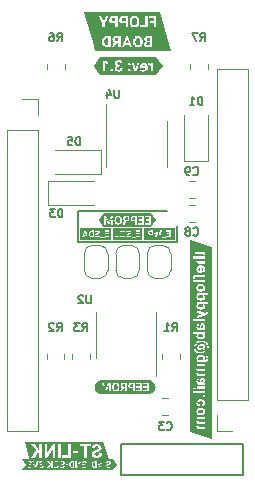
<source format=gbr>
%TF.GenerationSoftware,KiCad,Pcbnew,(6.0.8)*%
%TF.CreationDate,2023-05-03T15:07:47+02:00*%
%TF.ProjectId,Floppy Board v3.1,466c6f70-7079-4204-926f-617264207633,3.0*%
%TF.SameCoordinates,Original*%
%TF.FileFunction,Legend,Bot*%
%TF.FilePolarity,Positive*%
%FSLAX46Y46*%
G04 Gerber Fmt 4.6, Leading zero omitted, Abs format (unit mm)*
G04 Created by KiCad (PCBNEW (6.0.8)) date 2023-05-03 15:07:47*
%MOMM*%
%LPD*%
G01*
G04 APERTURE LIST*
%ADD10C,0.150000*%
%ADD11C,0.120000*%
G04 APERTURE END LIST*
D10*
X161493200Y-109626400D02*
X161493200Y-112318800D01*
X157886400Y-92532200D02*
X157886400Y-89966800D01*
X166217600Y-92532200D02*
X166217600Y-91236800D01*
X166217600Y-92532200D02*
X157886400Y-92532200D01*
X157886400Y-89966800D02*
X165404800Y-89966800D01*
X171805600Y-112318800D02*
X171805600Y-109626400D01*
X171805600Y-109626400D02*
X161493200Y-109626400D01*
X161493200Y-112318800D02*
X171805600Y-112318800D01*
%TO.C,R1*%
X165851666Y-100113266D02*
X166085000Y-99779933D01*
X166251666Y-100113266D02*
X166251666Y-99413266D01*
X165985000Y-99413266D01*
X165918333Y-99446600D01*
X165885000Y-99479933D01*
X165851666Y-99546600D01*
X165851666Y-99646600D01*
X165885000Y-99713266D01*
X165918333Y-99746600D01*
X165985000Y-99779933D01*
X166251666Y-99779933D01*
X165185000Y-100113266D02*
X165585000Y-100113266D01*
X165385000Y-100113266D02*
X165385000Y-99413266D01*
X165451666Y-99513266D01*
X165518333Y-99579933D01*
X165585000Y-99613266D01*
%TO.C,U2*%
X158978533Y-97051066D02*
X158978533Y-97617733D01*
X158945200Y-97684400D01*
X158911866Y-97717733D01*
X158845200Y-97751066D01*
X158711866Y-97751066D01*
X158645200Y-97717733D01*
X158611866Y-97684400D01*
X158578533Y-97617733D01*
X158578533Y-97051066D01*
X158278533Y-97117733D02*
X158245200Y-97084400D01*
X158178533Y-97051066D01*
X158011866Y-97051066D01*
X157945200Y-97084400D01*
X157911866Y-97117733D01*
X157878533Y-97184400D01*
X157878533Y-97251066D01*
X157911866Y-97351066D01*
X158311866Y-97751066D01*
X157878533Y-97751066D01*
%TO.C,R2*%
X156072666Y-100113266D02*
X156306000Y-99779933D01*
X156472666Y-100113266D02*
X156472666Y-99413266D01*
X156206000Y-99413266D01*
X156139333Y-99446600D01*
X156106000Y-99479933D01*
X156072666Y-99546600D01*
X156072666Y-99646600D01*
X156106000Y-99713266D01*
X156139333Y-99746600D01*
X156206000Y-99779933D01*
X156472666Y-99779933D01*
X155806000Y-99479933D02*
X155772666Y-99446600D01*
X155706000Y-99413266D01*
X155539333Y-99413266D01*
X155472666Y-99446600D01*
X155439333Y-99479933D01*
X155406000Y-99546600D01*
X155406000Y-99613266D01*
X155439333Y-99713266D01*
X155839333Y-100113266D01*
X155406000Y-100113266D01*
%TO.C,C8*%
X167629666Y-91944000D02*
X167663000Y-91977333D01*
X167763000Y-92010666D01*
X167829666Y-92010666D01*
X167929666Y-91977333D01*
X167996333Y-91910666D01*
X168029666Y-91844000D01*
X168063000Y-91710666D01*
X168063000Y-91610666D01*
X168029666Y-91477333D01*
X167996333Y-91410666D01*
X167929666Y-91344000D01*
X167829666Y-91310666D01*
X167763000Y-91310666D01*
X167663000Y-91344000D01*
X167629666Y-91377333D01*
X167229666Y-91610666D02*
X167296333Y-91577333D01*
X167329666Y-91544000D01*
X167363000Y-91477333D01*
X167363000Y-91444000D01*
X167329666Y-91377333D01*
X167296333Y-91344000D01*
X167229666Y-91310666D01*
X167096333Y-91310666D01*
X167029666Y-91344000D01*
X166996333Y-91377333D01*
X166963000Y-91444000D01*
X166963000Y-91477333D01*
X166996333Y-91544000D01*
X167029666Y-91577333D01*
X167096333Y-91610666D01*
X167229666Y-91610666D01*
X167296333Y-91644000D01*
X167329666Y-91677333D01*
X167363000Y-91744000D01*
X167363000Y-91877333D01*
X167329666Y-91944000D01*
X167296333Y-91977333D01*
X167229666Y-92010666D01*
X167096333Y-92010666D01*
X167029666Y-91977333D01*
X166996333Y-91944000D01*
X166963000Y-91877333D01*
X166963000Y-91744000D01*
X166996333Y-91677333D01*
X167029666Y-91644000D01*
X167096333Y-91610666D01*
%TO.C,C3*%
X165369066Y-108406800D02*
X165402400Y-108440133D01*
X165502400Y-108473466D01*
X165569066Y-108473466D01*
X165669066Y-108440133D01*
X165735733Y-108373466D01*
X165769066Y-108306800D01*
X165802400Y-108173466D01*
X165802400Y-108073466D01*
X165769066Y-107940133D01*
X165735733Y-107873466D01*
X165669066Y-107806800D01*
X165569066Y-107773466D01*
X165502400Y-107773466D01*
X165402400Y-107806800D01*
X165369066Y-107840133D01*
X165135733Y-107773466D02*
X164702400Y-107773466D01*
X164935733Y-108040133D01*
X164835733Y-108040133D01*
X164769066Y-108073466D01*
X164735733Y-108106800D01*
X164702400Y-108173466D01*
X164702400Y-108340133D01*
X164735733Y-108406800D01*
X164769066Y-108440133D01*
X164835733Y-108473466D01*
X165035733Y-108473466D01*
X165102400Y-108440133D01*
X165135733Y-108406800D01*
%TO.C,D1*%
X168385266Y-80936266D02*
X168385266Y-80236266D01*
X168218600Y-80236266D01*
X168118600Y-80269600D01*
X168051933Y-80336266D01*
X168018600Y-80402933D01*
X167985266Y-80536266D01*
X167985266Y-80636266D01*
X168018600Y-80769600D01*
X168051933Y-80836266D01*
X168118600Y-80902933D01*
X168218600Y-80936266D01*
X168385266Y-80936266D01*
X167318600Y-80936266D02*
X167718600Y-80936266D01*
X167518600Y-80936266D02*
X167518600Y-80236266D01*
X167585266Y-80336266D01*
X167651933Y-80402933D01*
X167718600Y-80436266D01*
%TO.C,D5*%
X158047466Y-84365266D02*
X158047466Y-83665266D01*
X157880800Y-83665266D01*
X157780800Y-83698600D01*
X157714133Y-83765266D01*
X157680800Y-83831933D01*
X157647466Y-83965266D01*
X157647466Y-84065266D01*
X157680800Y-84198600D01*
X157714133Y-84265266D01*
X157780800Y-84331933D01*
X157880800Y-84365266D01*
X158047466Y-84365266D01*
X157014133Y-83665266D02*
X157347466Y-83665266D01*
X157380800Y-83998600D01*
X157347466Y-83965266D01*
X157280800Y-83931933D01*
X157114133Y-83931933D01*
X157047466Y-83965266D01*
X157014133Y-83998600D01*
X156980800Y-84065266D01*
X156980800Y-84231933D01*
X157014133Y-84298600D01*
X157047466Y-84331933D01*
X157114133Y-84365266D01*
X157280800Y-84365266D01*
X157347466Y-84331933D01*
X157380800Y-84298600D01*
%TO.C,U4*%
X161340733Y-79652066D02*
X161340733Y-80218733D01*
X161307400Y-80285400D01*
X161274066Y-80318733D01*
X161207400Y-80352066D01*
X161074066Y-80352066D01*
X161007400Y-80318733D01*
X160974066Y-80285400D01*
X160940733Y-80218733D01*
X160940733Y-79652066D01*
X160307400Y-79885400D02*
X160307400Y-80352066D01*
X160474066Y-79618733D02*
X160640733Y-80118733D01*
X160207400Y-80118733D01*
%TO.C,R7*%
X168213866Y-75551466D02*
X168447200Y-75218133D01*
X168613866Y-75551466D02*
X168613866Y-74851466D01*
X168347200Y-74851466D01*
X168280533Y-74884800D01*
X168247200Y-74918133D01*
X168213866Y-74984800D01*
X168213866Y-75084800D01*
X168247200Y-75151466D01*
X168280533Y-75184800D01*
X168347200Y-75218133D01*
X168613866Y-75218133D01*
X167980533Y-74851466D02*
X167513866Y-74851466D01*
X167813866Y-75551466D01*
%TO.C,R6*%
X156098066Y-75551466D02*
X156331400Y-75218133D01*
X156498066Y-75551466D02*
X156498066Y-74851466D01*
X156231400Y-74851466D01*
X156164733Y-74884800D01*
X156131400Y-74918133D01*
X156098066Y-74984800D01*
X156098066Y-75084800D01*
X156131400Y-75151466D01*
X156164733Y-75184800D01*
X156231400Y-75218133D01*
X156498066Y-75218133D01*
X155498066Y-74851466D02*
X155631400Y-74851466D01*
X155698066Y-74884800D01*
X155731400Y-74918133D01*
X155798066Y-75018133D01*
X155831400Y-75151466D01*
X155831400Y-75418133D01*
X155798066Y-75484800D01*
X155764733Y-75518133D01*
X155698066Y-75551466D01*
X155564733Y-75551466D01*
X155498066Y-75518133D01*
X155464733Y-75484800D01*
X155431400Y-75418133D01*
X155431400Y-75251466D01*
X155464733Y-75184800D01*
X155498066Y-75151466D01*
X155564733Y-75118133D01*
X155698066Y-75118133D01*
X155764733Y-75151466D01*
X155798066Y-75184800D01*
X155831400Y-75251466D01*
%TO.C,R3*%
X158231666Y-100113266D02*
X158465000Y-99779933D01*
X158631666Y-100113266D02*
X158631666Y-99413266D01*
X158365000Y-99413266D01*
X158298333Y-99446600D01*
X158265000Y-99479933D01*
X158231666Y-99546600D01*
X158231666Y-99646600D01*
X158265000Y-99713266D01*
X158298333Y-99746600D01*
X158365000Y-99779933D01*
X158631666Y-99779933D01*
X157998333Y-99413266D02*
X157565000Y-99413266D01*
X157798333Y-99679933D01*
X157698333Y-99679933D01*
X157631666Y-99713266D01*
X157598333Y-99746600D01*
X157565000Y-99813266D01*
X157565000Y-99979933D01*
X157598333Y-100046600D01*
X157631666Y-100079933D01*
X157698333Y-100113266D01*
X157898333Y-100113266D01*
X157965000Y-100079933D01*
X157998333Y-100046600D01*
%TO.C,D3*%
X156548866Y-90435866D02*
X156548866Y-89735866D01*
X156382200Y-89735866D01*
X156282200Y-89769200D01*
X156215533Y-89835866D01*
X156182200Y-89902533D01*
X156148866Y-90035866D01*
X156148866Y-90135866D01*
X156182200Y-90269200D01*
X156215533Y-90335866D01*
X156282200Y-90402533D01*
X156382200Y-90435866D01*
X156548866Y-90435866D01*
X155915533Y-89735866D02*
X155482200Y-89735866D01*
X155715533Y-90002533D01*
X155615533Y-90002533D01*
X155548866Y-90035866D01*
X155515533Y-90069200D01*
X155482200Y-90135866D01*
X155482200Y-90302533D01*
X155515533Y-90369200D01*
X155548866Y-90402533D01*
X155615533Y-90435866D01*
X155815533Y-90435866D01*
X155882200Y-90402533D01*
X155915533Y-90369200D01*
%TO.C,C9*%
X167629666Y-86838600D02*
X167663000Y-86871933D01*
X167763000Y-86905266D01*
X167829666Y-86905266D01*
X167929666Y-86871933D01*
X167996333Y-86805266D01*
X168029666Y-86738600D01*
X168063000Y-86605266D01*
X168063000Y-86505266D01*
X168029666Y-86371933D01*
X167996333Y-86305266D01*
X167929666Y-86238600D01*
X167829666Y-86205266D01*
X167763000Y-86205266D01*
X167663000Y-86238600D01*
X167629666Y-86271933D01*
X167296333Y-86905266D02*
X167163000Y-86905266D01*
X167096333Y-86871933D01*
X167063000Y-86838600D01*
X166996333Y-86738600D01*
X166963000Y-86605266D01*
X166963000Y-86338600D01*
X166996333Y-86271933D01*
X167029666Y-86238600D01*
X167096333Y-86205266D01*
X167229666Y-86205266D01*
X167296333Y-86238600D01*
X167329666Y-86271933D01*
X167363000Y-86338600D01*
X167363000Y-86505266D01*
X167329666Y-86571933D01*
X167296333Y-86605266D01*
X167229666Y-86638600D01*
X167096333Y-86638600D01*
X167029666Y-86605266D01*
X166996333Y-86571933D01*
X166963000Y-86505266D01*
D11*
%TO.C,J4*%
X169612000Y-107188000D02*
X169612000Y-108518000D01*
X169612000Y-108518000D02*
X170942000Y-108518000D01*
X169612000Y-105918000D02*
X169612000Y-77918000D01*
X169612000Y-105918000D02*
X172272000Y-105918000D01*
X172272000Y-105918000D02*
X172272000Y-77918000D01*
X169612000Y-77918000D02*
X172272000Y-77918000D01*
%TO.C,R1*%
X166470000Y-102007936D02*
X166470000Y-102462064D01*
X165000000Y-102007936D02*
X165000000Y-102462064D01*
%TO.C,U2*%
X159365000Y-100457000D02*
X159365000Y-98507000D01*
X164485000Y-100457000D02*
X164485000Y-98507000D01*
X164485000Y-100457000D02*
X164485000Y-103907000D01*
X159365000Y-100457000D02*
X159365000Y-102407000D01*
%TO.C,kibuzzard-644D6722*%
G36*
X159672701Y-90703400D02*
G01*
X160067268Y-90111550D01*
X164036732Y-90111550D01*
X164431299Y-90703400D01*
X164036732Y-91295250D01*
X160067268Y-91295250D01*
X159917234Y-91070199D01*
X160067354Y-91070199D01*
X160219011Y-91070199D01*
X160219011Y-90869669D01*
X160203896Y-90523527D01*
X160401907Y-91070199D01*
X160505699Y-91070199D01*
X160703206Y-90524031D01*
X160688091Y-90869669D01*
X160688091Y-91070199D01*
X160839245Y-91070199D01*
X160839245Y-90720027D01*
X160949083Y-90720027D01*
X160953338Y-90789278D01*
X160966102Y-90852594D01*
X160987375Y-90909977D01*
X161016570Y-90960249D01*
X161053099Y-91002236D01*
X161096961Y-91035938D01*
X161146814Y-91060570D01*
X161201313Y-91075350D01*
X161260459Y-91080276D01*
X161319073Y-91075406D01*
X161338404Y-91070199D01*
X161638847Y-91070199D01*
X161801085Y-91070199D01*
X161938635Y-90801650D01*
X162059054Y-90801650D01*
X162059054Y-91070199D01*
X162210207Y-91070199D01*
X162210207Y-90579454D01*
X162314000Y-90579454D01*
X162322201Y-90646270D01*
X162346805Y-90702952D01*
X162387813Y-90749502D01*
X162443320Y-90784071D01*
X162511423Y-90804813D01*
X162592122Y-90811727D01*
X162724633Y-90811727D01*
X162724633Y-91070199D01*
X162875787Y-91070199D01*
X162964464Y-91070199D01*
X163456217Y-91070199D01*
X163544893Y-91070199D01*
X164036646Y-91070199D01*
X164036646Y-90336601D01*
X163545901Y-90336601D01*
X163545901Y-90459035D01*
X163885493Y-90459035D01*
X163885493Y-90633869D01*
X163595278Y-90633869D01*
X163595278Y-90752273D01*
X163885493Y-90752273D01*
X163885493Y-90948773D01*
X163544893Y-90948773D01*
X163544893Y-91070199D01*
X163456217Y-91070199D01*
X163456217Y-90336601D01*
X162965471Y-90336601D01*
X162965471Y-90459035D01*
X163305063Y-90459035D01*
X163305063Y-90633869D01*
X163014848Y-90633869D01*
X163014848Y-90752273D01*
X163305063Y-90752273D01*
X163305063Y-90948773D01*
X162964464Y-90948773D01*
X162964464Y-91070199D01*
X162875787Y-91070199D01*
X162875787Y-90336601D01*
X162589603Y-90336601D01*
X162511948Y-90344158D01*
X162444243Y-90366831D01*
X162388758Y-90403423D01*
X162347757Y-90452737D01*
X162322439Y-90512254D01*
X162314000Y-90579454D01*
X162210207Y-90579454D01*
X162210207Y-90336601D01*
X161937627Y-90336601D01*
X161857572Y-90343039D01*
X161790728Y-90362353D01*
X161737097Y-90394543D01*
X161697909Y-90438489D01*
X161674396Y-90493073D01*
X161666558Y-90558293D01*
X161674683Y-90627130D01*
X161699056Y-90683498D01*
X161739931Y-90728529D01*
X161797558Y-90763358D01*
X161638847Y-91063145D01*
X161638847Y-91070199D01*
X161338404Y-91070199D01*
X161373320Y-91060794D01*
X161423201Y-91036442D01*
X161467316Y-91003048D01*
X161504264Y-90961313D01*
X161534047Y-90911236D01*
X161555936Y-90854274D01*
X161569204Y-90791881D01*
X161573851Y-90724058D01*
X161573851Y-90687781D01*
X161569512Y-90618446D01*
X161556496Y-90554878D01*
X161534803Y-90497075D01*
X161505188Y-90446411D01*
X161468407Y-90404256D01*
X161424461Y-90370610D01*
X161374664Y-90346118D01*
X161320333Y-90331422D01*
X161261467Y-90326524D01*
X161202601Y-90331422D01*
X161148270Y-90346118D01*
X161098473Y-90370610D01*
X161054526Y-90404256D01*
X161017746Y-90446411D01*
X160988131Y-90497075D01*
X160966437Y-90554822D01*
X160953421Y-90618222D01*
X160949083Y-90687277D01*
X160949083Y-90720027D01*
X160839245Y-90720027D01*
X160839245Y-90336601D01*
X160641737Y-90336601D01*
X160453299Y-90868661D01*
X160265869Y-90336601D01*
X160067354Y-90336601D01*
X160067354Y-91070199D01*
X159917234Y-91070199D01*
X159672701Y-90703400D01*
G37*
G36*
X161328856Y-90466278D02*
G01*
X161378863Y-90510679D01*
X161401872Y-90556277D01*
X161415811Y-90614135D01*
X161420682Y-90684254D01*
X161420682Y-90720027D01*
X161416091Y-90789334D01*
X161402320Y-90847444D01*
X161379367Y-90894357D01*
X161328982Y-90940837D01*
X161260459Y-90956330D01*
X161193196Y-90941404D01*
X161143567Y-90896625D01*
X161120838Y-90850747D01*
X161107066Y-90792721D01*
X161102252Y-90722546D01*
X161102252Y-90686773D01*
X161106842Y-90616011D01*
X161120614Y-90557565D01*
X161143567Y-90511435D01*
X161193700Y-90466467D01*
X161261467Y-90451477D01*
X161328856Y-90466278D01*
G37*
G36*
X162724633Y-90689292D02*
G01*
X162589603Y-90689292D01*
X162536762Y-90682239D01*
X162498155Y-90661077D01*
X162474537Y-90626816D01*
X162466665Y-90580462D01*
X162474600Y-90531715D01*
X162498407Y-90493297D01*
X162536195Y-90468104D01*
X162586076Y-90459035D01*
X162724633Y-90459035D01*
X162724633Y-90689292D01*
G37*
G36*
X162059054Y-90679215D02*
G01*
X161937123Y-90679215D01*
X161886613Y-90671973D01*
X161848950Y-90650244D01*
X161825522Y-90615794D01*
X161817712Y-90570385D01*
X161825081Y-90524031D01*
X161847187Y-90488762D01*
X161884534Y-90466467D01*
X161937627Y-90459035D01*
X162059054Y-90459035D01*
X162059054Y-90679215D01*
G37*
%TO.C,kibuzzard-644D5AFD*%
G36*
X160808084Y-91402011D02*
G01*
X163309998Y-91402011D01*
X163309998Y-92392389D01*
X160808084Y-92392389D01*
X160808084Y-92227025D01*
X162395067Y-92227025D01*
X162748146Y-92227025D01*
X162748146Y-92139433D01*
X162766362Y-92139433D01*
X163144634Y-92139433D01*
X163144634Y-91575127D01*
X162767137Y-91575127D01*
X162767137Y-91669307D01*
X163028362Y-91669307D01*
X163028362Y-91803795D01*
X162805119Y-91803795D01*
X162805119Y-91894875D01*
X163028362Y-91894875D01*
X163028362Y-92046028D01*
X162766362Y-92046028D01*
X162766362Y-92139433D01*
X162748146Y-92139433D01*
X162395067Y-92139433D01*
X162395067Y-92227025D01*
X160808084Y-92227025D01*
X160808084Y-92139433D01*
X160973448Y-92139433D01*
X161336604Y-92139433D01*
X161336604Y-91766588D01*
X161412181Y-91766588D01*
X161528453Y-91766588D01*
X161538191Y-91719449D01*
X161558878Y-91687329D01*
X161591870Y-91668871D01*
X161638524Y-91662718D01*
X161689345Y-91673134D01*
X161725534Y-91704382D01*
X161741662Y-91737261D01*
X161751545Y-91780347D01*
X161755184Y-91833638D01*
X161755184Y-91876271D01*
X161752105Y-91931780D01*
X161742867Y-91976351D01*
X161727472Y-92009984D01*
X161691767Y-92041668D01*
X161640074Y-92052229D01*
X161593033Y-92046077D01*
X161559653Y-92027618D01*
X161538772Y-91996273D01*
X161529228Y-91951460D01*
X161412956Y-91951460D01*
X161423356Y-92007874D01*
X161445771Y-92055674D01*
X161480200Y-92094862D01*
X161524922Y-92123930D01*
X161578213Y-92141371D01*
X161640074Y-92147185D01*
X161691440Y-92142619D01*
X161737016Y-92128920D01*
X161776803Y-92106090D01*
X161810800Y-92074127D01*
X161838015Y-92034195D01*
X161856144Y-91990605D01*
X161934630Y-91990605D01*
X161940788Y-92035930D01*
X161959262Y-92074235D01*
X161990053Y-92105521D01*
X162031265Y-92128667D01*
X162081003Y-92142555D01*
X162139269Y-92147185D01*
X162201474Y-92141226D01*
X162257866Y-92123349D01*
X162305005Y-92095105D01*
X162339450Y-92058043D01*
X162360525Y-92013278D01*
X162367549Y-91961925D01*
X162250890Y-91961925D01*
X162243913Y-92002789D01*
X162222984Y-92031979D01*
X162188103Y-92049492D01*
X162139269Y-92055330D01*
X162102352Y-92051115D01*
X162074544Y-92038470D01*
X162051290Y-91991380D01*
X162074544Y-91940802D01*
X162107100Y-91922683D01*
X162158260Y-91903595D01*
X162212423Y-91884168D01*
X162253990Y-91865031D01*
X162307389Y-91826403D01*
X162339429Y-91779765D01*
X162350109Y-91725117D01*
X162343665Y-91681855D01*
X162324335Y-91643533D01*
X162292941Y-91611607D01*
X162250308Y-91587529D01*
X162199100Y-91572414D01*
X162141982Y-91567375D01*
X162084815Y-91572850D01*
X162034236Y-91589273D01*
X161992233Y-91615676D01*
X161960791Y-91651091D01*
X161941170Y-91693724D01*
X161934630Y-91741783D01*
X162050902Y-91741783D01*
X162057006Y-91707338D01*
X162075319Y-91681515D01*
X162104678Y-91665383D01*
X162143920Y-91660005D01*
X162181805Y-91664511D01*
X162210195Y-91678027D01*
X162233837Y-91725505D01*
X162206125Y-91771626D01*
X162171873Y-91789648D01*
X162124541Y-91806508D01*
X162064381Y-91827997D01*
X162016193Y-91852672D01*
X161979976Y-91880534D01*
X161945967Y-91930144D01*
X161934630Y-91990605D01*
X161856144Y-91990605D01*
X161857454Y-91987456D01*
X161869118Y-91933910D01*
X161873006Y-91873558D01*
X161873006Y-91839064D01*
X161869819Y-91786957D01*
X161860259Y-91739156D01*
X161844325Y-91695662D01*
X161809492Y-91640869D01*
X161762354Y-91600513D01*
X161724910Y-91582103D01*
X161683633Y-91571057D01*
X161638524Y-91567375D01*
X161577632Y-91573189D01*
X161525180Y-91590630D01*
X161481169Y-91619698D01*
X161446977Y-91659273D01*
X161423981Y-91708237D01*
X161412181Y-91766588D01*
X161336604Y-91766588D01*
X161336604Y-91575127D01*
X161220333Y-91575127D01*
X161220333Y-92046028D01*
X160973448Y-92046028D01*
X160973448Y-92139433D01*
X160808084Y-92139433D01*
X160808084Y-91402011D01*
G37*
%TO.C,kibuzzard-644D571B*%
G36*
X153344182Y-109523899D02*
G01*
X160020157Y-109523899D01*
X160447418Y-110948101D01*
X153771443Y-110948101D01*
X153727105Y-110800307D01*
X153903735Y-110800307D01*
X154180462Y-110800307D01*
X154470367Y-110347621D01*
X154591290Y-110477846D01*
X154591290Y-110800307D01*
X154823833Y-110800307D01*
X155026922Y-110800307D01*
X155259466Y-110800307D01*
X155712151Y-110057716D01*
X155712151Y-110800307D01*
X155944695Y-110800307D01*
X156160186Y-110800307D01*
X156392730Y-110800307D01*
X156540783Y-110800307D01*
X157267095Y-110800307D01*
X157267095Y-110407307D01*
X157461657Y-110407307D01*
X157898064Y-110407307D01*
X157898064Y-110226698D01*
X157461657Y-110226698D01*
X157461657Y-110407307D01*
X157267095Y-110407307D01*
X157267095Y-109860054D01*
X158015112Y-109860054D01*
X158360827Y-109860054D01*
X158360827Y-110800307D01*
X158593371Y-110800307D01*
X158593371Y-110502650D01*
X159022027Y-110502650D01*
X159034343Y-110593299D01*
X159071292Y-110669910D01*
X159132873Y-110732481D01*
X159215297Y-110778775D01*
X159314774Y-110806551D01*
X159431304Y-110815810D01*
X159555715Y-110803892D01*
X159668499Y-110768138D01*
X159762776Y-110711649D01*
X159831667Y-110637526D01*
X159873816Y-110547996D01*
X159887865Y-110445290D01*
X159654546Y-110445290D01*
X159640594Y-110527019D01*
X159598736Y-110585397D01*
X159528973Y-110620424D01*
X159431304Y-110632100D01*
X159357471Y-110623670D01*
X159301855Y-110598381D01*
X159255346Y-110504201D01*
X159301855Y-110403044D01*
X159366967Y-110366806D01*
X159469286Y-110328630D01*
X159577613Y-110289776D01*
X159660748Y-110251503D01*
X159767545Y-110174247D01*
X159831624Y-110080971D01*
X159852984Y-109971675D01*
X159840097Y-109885149D01*
X159801437Y-109808507D01*
X159738650Y-109744654D01*
X159653384Y-109696498D01*
X159550967Y-109666267D01*
X159436730Y-109656190D01*
X159322396Y-109667139D01*
X159221239Y-109699986D01*
X159137233Y-109752793D01*
X159074349Y-109823622D01*
X159035107Y-109908888D01*
X159022027Y-110005006D01*
X159254571Y-110005006D01*
X159266779Y-109936115D01*
X159303405Y-109884471D01*
X159362122Y-109852206D01*
X159440606Y-109841450D01*
X159516376Y-109850462D01*
X159573156Y-109877495D01*
X159620440Y-109972450D01*
X159565017Y-110064693D01*
X159496513Y-110100737D01*
X159401849Y-110134456D01*
X159281529Y-110177433D01*
X159185152Y-110226784D01*
X159112719Y-110282509D01*
X159044700Y-110381728D01*
X159022027Y-110502650D01*
X158593371Y-110502650D01*
X158593371Y-109860054D01*
X158934435Y-109860054D01*
X158934435Y-109671693D01*
X158015112Y-109671693D01*
X158015112Y-109860054D01*
X157267095Y-109860054D01*
X157267095Y-109671693D01*
X157034551Y-109671693D01*
X157034551Y-110613496D01*
X156540783Y-110613496D01*
X156540783Y-110800307D01*
X156392730Y-110800307D01*
X156392730Y-109671693D01*
X156160186Y-109671693D01*
X156160186Y-110800307D01*
X155944695Y-110800307D01*
X155944695Y-109671693D01*
X155712151Y-109671693D01*
X155258691Y-110415834D01*
X155258691Y-109671693D01*
X155026922Y-109671693D01*
X155026922Y-110800307D01*
X154823833Y-110800307D01*
X154823833Y-109671693D01*
X154591290Y-109671693D01*
X154591290Y-110183290D01*
X154488970Y-110042989D01*
X154201391Y-109671693D01*
X153915362Y-109671693D01*
X154316112Y-110173213D01*
X153903735Y-110800307D01*
X153727105Y-110800307D01*
X153344182Y-109523899D01*
G37*
%TO.C,R2*%
X156691000Y-102007936D02*
X156691000Y-102462064D01*
X155221000Y-102007936D02*
X155221000Y-102462064D01*
%TO.C,JP1*%
X159685000Y-92834000D02*
X159085000Y-92834000D01*
X160385000Y-94934000D02*
X160385000Y-93534000D01*
X158385000Y-93534000D02*
X158385000Y-94934000D01*
X159085000Y-95634000D02*
X159685000Y-95634000D01*
X159685000Y-95634000D02*
G75*
G03*
X160385000Y-94934000I1J699999D01*
G01*
X160385000Y-93534000D02*
G75*
G03*
X159685000Y-92834000I-700000J0D01*
G01*
X158385000Y-94934000D02*
G75*
G03*
X159085000Y-95634000I699999J-1D01*
G01*
X159085000Y-92834000D02*
G75*
G03*
X158385000Y-93534000I0J-700000D01*
G01*
%TO.C,kibuzzard-644D5B14*%
G36*
X163450164Y-91405886D02*
G01*
X166038636Y-91405886D01*
X166038636Y-92388514D01*
X163450164Y-92388514D01*
X163450164Y-92223149D01*
X164958340Y-92223149D01*
X165311420Y-92223149D01*
X165311420Y-92135558D01*
X165329636Y-92135558D01*
X165707907Y-92135558D01*
X165707907Y-91571251D01*
X165330411Y-91571251D01*
X165330411Y-91665431D01*
X165591635Y-91665431D01*
X165591635Y-91799919D01*
X165368393Y-91799919D01*
X165368393Y-91890999D01*
X165591635Y-91890999D01*
X165591635Y-92042152D01*
X165329636Y-92042152D01*
X165329636Y-92135558D01*
X165311420Y-92135558D01*
X164958340Y-92135558D01*
X164958340Y-92223149D01*
X163450164Y-92223149D01*
X163450164Y-91758061D01*
X163780893Y-91758061D01*
X163787202Y-91809458D01*
X163806128Y-91853060D01*
X163837672Y-91888867D01*
X163880370Y-91915459D01*
X163932757Y-91931414D01*
X163994833Y-91936732D01*
X164096765Y-91936732D01*
X164096765Y-92135558D01*
X164213037Y-92135558D01*
X164213037Y-91571251D01*
X164275824Y-91571251D01*
X164401010Y-92135558D01*
X164518057Y-92135558D01*
X164609912Y-91758061D01*
X164701767Y-92135558D01*
X164818814Y-92135558D01*
X164944000Y-91571251D01*
X164828116Y-91571251D01*
X164751764Y-91972002D01*
X164658746Y-91571251D01*
X164560303Y-91571251D01*
X164467673Y-91972777D01*
X164391708Y-91571251D01*
X164275824Y-91571251D01*
X164213037Y-91571251D01*
X163992895Y-91571251D01*
X163933161Y-91577065D01*
X163881081Y-91594505D01*
X163838399Y-91622653D01*
X163806860Y-91660587D01*
X163787385Y-91706369D01*
X163780893Y-91758061D01*
X163450164Y-91758061D01*
X163450164Y-91405886D01*
G37*
G36*
X164096765Y-91842552D02*
G01*
X163992895Y-91842552D01*
X163952249Y-91837126D01*
X163922551Y-91820848D01*
X163904383Y-91794493D01*
X163898328Y-91758836D01*
X163904432Y-91721339D01*
X163922745Y-91691786D01*
X163951813Y-91672408D01*
X163990182Y-91665431D01*
X164096765Y-91665431D01*
X164096765Y-91842552D01*
G37*
%TO.C,C8*%
X167251748Y-90854200D02*
X167774252Y-90854200D01*
X167251748Y-89384200D02*
X167774252Y-89384200D01*
%TO.C,C3*%
X164991148Y-107211800D02*
X165513652Y-107211800D01*
X164991148Y-105741800D02*
X165513652Y-105741800D01*
%TO.C,D1*%
X166843200Y-85714400D02*
X166843200Y-81814400D01*
X168843200Y-85714400D02*
X168843200Y-81814400D01*
X168843200Y-85714400D02*
X166843200Y-85714400D01*
%TO.C,kibuzzard-644D5AD1*%
G36*
X158551897Y-91928981D02*
G01*
X158410821Y-91928981D01*
X158481747Y-91717754D01*
X158551897Y-91928981D01*
G37*
G36*
X159097600Y-92046028D02*
G01*
X159041402Y-92046028D01*
X158981232Y-92034885D01*
X158937145Y-92001457D01*
X158917034Y-91967480D01*
X158904761Y-91924976D01*
X158900326Y-91873946D01*
X158900326Y-91844102D01*
X158904288Y-91791371D01*
X158916173Y-91747898D01*
X158935982Y-91713684D01*
X158979875Y-91680401D01*
X159040240Y-91669307D01*
X159097600Y-91669307D01*
X159097600Y-92046028D01*
G37*
G36*
X158051282Y-91402011D02*
G01*
X160667918Y-91402011D01*
X160667918Y-92392389D01*
X158051282Y-92392389D01*
X158051282Y-92227025D01*
X159752987Y-92227025D01*
X160106066Y-92227025D01*
X160106066Y-92139433D01*
X160124282Y-92139433D01*
X160502553Y-92139433D01*
X160502553Y-91575127D01*
X160125057Y-91575127D01*
X160125057Y-91669307D01*
X160386282Y-91669307D01*
X160386282Y-91803795D01*
X160163039Y-91803795D01*
X160163039Y-91894875D01*
X160386282Y-91894875D01*
X160386282Y-92046028D01*
X160124282Y-92046028D01*
X160124282Y-92139433D01*
X160106066Y-92139433D01*
X159752987Y-92139433D01*
X159752987Y-92227025D01*
X158051282Y-92227025D01*
X158051282Y-92139433D01*
X158216647Y-92139433D01*
X158340282Y-92139433D01*
X158379427Y-92023161D01*
X158583291Y-92023161D01*
X158622048Y-92139433D01*
X158745684Y-92139433D01*
X158645557Y-91870457D01*
X158782503Y-91870457D01*
X158786099Y-91920971D01*
X158796887Y-91967609D01*
X158814866Y-92010371D01*
X158839391Y-92048138D01*
X158869815Y-92079790D01*
X158906139Y-92105327D01*
X158947093Y-92124103D01*
X158991405Y-92135471D01*
X159039077Y-92139433D01*
X159213872Y-92139433D01*
X159213872Y-91990605D01*
X159292550Y-91990605D01*
X159298708Y-92035930D01*
X159317182Y-92074235D01*
X159347973Y-92105521D01*
X159389185Y-92128667D01*
X159438923Y-92142555D01*
X159497189Y-92147185D01*
X159559394Y-92141226D01*
X159615786Y-92123349D01*
X159662925Y-92095105D01*
X159697370Y-92058043D01*
X159718444Y-92013278D01*
X159725469Y-91961925D01*
X159608810Y-91961925D01*
X159601833Y-92002789D01*
X159580904Y-92031979D01*
X159546023Y-92049492D01*
X159497189Y-92055330D01*
X159460272Y-92051115D01*
X159432464Y-92038470D01*
X159409209Y-91991380D01*
X159432464Y-91940802D01*
X159465020Y-91922683D01*
X159516180Y-91903595D01*
X159570343Y-91884168D01*
X159611910Y-91865031D01*
X159665309Y-91826403D01*
X159697349Y-91779765D01*
X159708028Y-91725117D01*
X159701585Y-91681855D01*
X159682255Y-91643533D01*
X159650861Y-91611607D01*
X159608228Y-91587529D01*
X159557020Y-91572414D01*
X159499902Y-91567375D01*
X159442734Y-91572850D01*
X159392156Y-91589273D01*
X159350153Y-91615676D01*
X159318711Y-91651091D01*
X159299090Y-91693724D01*
X159292550Y-91741783D01*
X159408822Y-91741783D01*
X159414926Y-91707338D01*
X159433239Y-91681515D01*
X159462598Y-91665383D01*
X159501839Y-91660005D01*
X159539725Y-91664511D01*
X159568114Y-91678027D01*
X159591756Y-91725505D01*
X159564045Y-91771626D01*
X159529793Y-91789648D01*
X159482461Y-91806508D01*
X159422301Y-91827997D01*
X159374112Y-91852672D01*
X159337896Y-91880534D01*
X159303886Y-91930144D01*
X159292550Y-91990605D01*
X159213872Y-91990605D01*
X159213872Y-91575127D01*
X159040240Y-91575127D01*
X158992374Y-91578852D01*
X158947997Y-91590027D01*
X158907108Y-91608652D01*
X158870827Y-91634145D01*
X158840273Y-91665926D01*
X158815447Y-91703995D01*
X158797145Y-91747080D01*
X158786164Y-91793912D01*
X158782503Y-91844490D01*
X158782503Y-91870457D01*
X158645557Y-91870457D01*
X158535619Y-91575127D01*
X158427874Y-91575127D01*
X158216647Y-92139433D01*
X158051282Y-92139433D01*
X158051282Y-91402011D01*
G37*
%TO.C,kibuzzard-644D5A83*%
G36*
X162521433Y-104811692D02*
G01*
X162386403Y-104811692D01*
X162333562Y-104804639D01*
X162294955Y-104783477D01*
X162271337Y-104749216D01*
X162263465Y-104702862D01*
X162271400Y-104654115D01*
X162295207Y-104615697D01*
X162332995Y-104590504D01*
X162382876Y-104581435D01*
X162521433Y-104581435D01*
X162521433Y-104811692D01*
G37*
G36*
X161125656Y-104588678D02*
G01*
X161175663Y-104633079D01*
X161198672Y-104678677D01*
X161212611Y-104736535D01*
X161217482Y-104806654D01*
X161217482Y-104842427D01*
X161212891Y-104911734D01*
X161199120Y-104969844D01*
X161176167Y-105016757D01*
X161125782Y-105063237D01*
X161057259Y-105078730D01*
X160989996Y-105063804D01*
X160940367Y-105019025D01*
X160917638Y-104973147D01*
X160903866Y-104915121D01*
X160899052Y-104844946D01*
X160899052Y-104809173D01*
X160903642Y-104738411D01*
X160917414Y-104679965D01*
X160940367Y-104633835D01*
X160990500Y-104588867D01*
X161058267Y-104573877D01*
X161125656Y-104588678D01*
G37*
G36*
X159806056Y-105414800D02*
G01*
X159748604Y-105406278D01*
X159692263Y-105392165D01*
X159637576Y-105372598D01*
X159585072Y-105347765D01*
X159535253Y-105317905D01*
X159488602Y-105283306D01*
X159445566Y-105244301D01*
X159406561Y-105201266D01*
X159400133Y-105192599D01*
X159864154Y-105192599D01*
X160015811Y-105192599D01*
X160015811Y-104992069D01*
X160000696Y-104645927D01*
X160198707Y-105192599D01*
X160302499Y-105192599D01*
X160500006Y-104646431D01*
X160484891Y-104992069D01*
X160484891Y-105192599D01*
X160636045Y-105192599D01*
X160636045Y-104842427D01*
X160745883Y-104842427D01*
X160750138Y-104911678D01*
X160762902Y-104974994D01*
X160784175Y-105032377D01*
X160813370Y-105082649D01*
X160849899Y-105124636D01*
X160893761Y-105158338D01*
X160943614Y-105182970D01*
X160998113Y-105197750D01*
X161057259Y-105202676D01*
X161115873Y-105197806D01*
X161135204Y-105192599D01*
X161435647Y-105192599D01*
X161597885Y-105192599D01*
X161735435Y-104924050D01*
X161855854Y-104924050D01*
X161855854Y-105192599D01*
X162007007Y-105192599D01*
X162007007Y-104701854D01*
X162110800Y-104701854D01*
X162119001Y-104768670D01*
X162143605Y-104825352D01*
X162184613Y-104871902D01*
X162240120Y-104906471D01*
X162308223Y-104927213D01*
X162388922Y-104934127D01*
X162521433Y-104934127D01*
X162521433Y-105192599D01*
X162672587Y-105192599D01*
X162761264Y-105192599D01*
X163253017Y-105192599D01*
X163341693Y-105192599D01*
X163833446Y-105192599D01*
X163833446Y-104459001D01*
X163342701Y-104459001D01*
X163342701Y-104581435D01*
X163682293Y-104581435D01*
X163682293Y-104756269D01*
X163392078Y-104756269D01*
X163392078Y-104874673D01*
X163682293Y-104874673D01*
X163682293Y-105071173D01*
X163341693Y-105071173D01*
X163341693Y-105192599D01*
X163253017Y-105192599D01*
X163253017Y-104459001D01*
X162762271Y-104459001D01*
X162762271Y-104581435D01*
X163101863Y-104581435D01*
X163101863Y-104756269D01*
X162811648Y-104756269D01*
X162811648Y-104874673D01*
X163101863Y-104874673D01*
X163101863Y-105071173D01*
X162761264Y-105071173D01*
X162761264Y-105192599D01*
X162672587Y-105192599D01*
X162672587Y-104459001D01*
X162386403Y-104459001D01*
X162308748Y-104466558D01*
X162241044Y-104489231D01*
X162185558Y-104525823D01*
X162144557Y-104575137D01*
X162119239Y-104634654D01*
X162110800Y-104701854D01*
X162007007Y-104701854D01*
X162007007Y-104459001D01*
X161734427Y-104459001D01*
X161654372Y-104465439D01*
X161587528Y-104484753D01*
X161533897Y-104516943D01*
X161494709Y-104560889D01*
X161471196Y-104615473D01*
X161463358Y-104680693D01*
X161471483Y-104749530D01*
X161495856Y-104805898D01*
X161536731Y-104850929D01*
X161594358Y-104885758D01*
X161435647Y-105185545D01*
X161435647Y-105192599D01*
X161135204Y-105192599D01*
X161170121Y-105183194D01*
X161220001Y-105158842D01*
X161264116Y-105125448D01*
X161301064Y-105083713D01*
X161330847Y-105033636D01*
X161352736Y-104976674D01*
X161366004Y-104914281D01*
X161370651Y-104846458D01*
X161370651Y-104810181D01*
X161366312Y-104740846D01*
X161353296Y-104677278D01*
X161331603Y-104619475D01*
X161301988Y-104568811D01*
X161265207Y-104526656D01*
X161221261Y-104493010D01*
X161171464Y-104468518D01*
X161117133Y-104453822D01*
X161058267Y-104448924D01*
X160999401Y-104453822D01*
X160945070Y-104468518D01*
X160895273Y-104493010D01*
X160851326Y-104526656D01*
X160814546Y-104568811D01*
X160784931Y-104619475D01*
X160763238Y-104677222D01*
X160750222Y-104740622D01*
X160745883Y-104809677D01*
X160745883Y-104842427D01*
X160636045Y-104842427D01*
X160636045Y-104459001D01*
X160438537Y-104459001D01*
X160250099Y-104991061D01*
X160062669Y-104459001D01*
X159864154Y-104459001D01*
X159864154Y-105192599D01*
X159400133Y-105192599D01*
X159371962Y-105154614D01*
X159342102Y-105104796D01*
X159317269Y-105052291D01*
X159297702Y-104997605D01*
X159283590Y-104941264D01*
X159275067Y-104883811D01*
X159272218Y-104825800D01*
X159275067Y-104767789D01*
X159283590Y-104710336D01*
X159297702Y-104653995D01*
X159317269Y-104599309D01*
X159342102Y-104546804D01*
X159371962Y-104496986D01*
X159406561Y-104450334D01*
X159445566Y-104407299D01*
X159488602Y-104368294D01*
X159535253Y-104333695D01*
X159585072Y-104303835D01*
X159637576Y-104279002D01*
X159692263Y-104259435D01*
X159748604Y-104245322D01*
X159806056Y-104236800D01*
X159864068Y-104233950D01*
X163833532Y-104233950D01*
X163891544Y-104236800D01*
X163948997Y-104245322D01*
X164005337Y-104259435D01*
X164060024Y-104279002D01*
X164112529Y-104303835D01*
X164162347Y-104333695D01*
X164208998Y-104368294D01*
X164252034Y-104407299D01*
X164291039Y-104450334D01*
X164325638Y-104496986D01*
X164355498Y-104546804D01*
X164380331Y-104599309D01*
X164399898Y-104653995D01*
X164414010Y-104710336D01*
X164422533Y-104767789D01*
X164425382Y-104825800D01*
X164422533Y-104883811D01*
X164414010Y-104941264D01*
X164399898Y-104997605D01*
X164380331Y-105052291D01*
X164355498Y-105104796D01*
X164325638Y-105154614D01*
X164291039Y-105201266D01*
X164252034Y-105244301D01*
X164208998Y-105283306D01*
X164162347Y-105317905D01*
X164112529Y-105347765D01*
X164060024Y-105372598D01*
X164005337Y-105392165D01*
X163948997Y-105406278D01*
X163891544Y-105414800D01*
X163833532Y-105417650D01*
X159864068Y-105417650D01*
X159806056Y-105414800D01*
G37*
G36*
X161855854Y-104801615D02*
G01*
X161733923Y-104801615D01*
X161683413Y-104794373D01*
X161645750Y-104772644D01*
X161622322Y-104738194D01*
X161614512Y-104692785D01*
X161621881Y-104646431D01*
X161643987Y-104611162D01*
X161681334Y-104588867D01*
X161734427Y-104581435D01*
X161855854Y-104581435D01*
X161855854Y-104801615D01*
G37*
%TO.C,D5*%
X159780800Y-84750400D02*
X159780800Y-86750400D01*
X159780800Y-86750400D02*
X155880800Y-86750400D01*
X159780800Y-84750400D02*
X155880800Y-84750400D01*
%TO.C,U4*%
X165374000Y-84277200D02*
X165374000Y-82327200D01*
X165374000Y-84277200D02*
X165374000Y-86227200D01*
X160254000Y-84277200D02*
X160254000Y-80827200D01*
X160254000Y-84277200D02*
X160254000Y-86227200D01*
%TO.C,R7*%
X168832200Y-77900264D02*
X168832200Y-77446136D01*
X167362200Y-77900264D02*
X167362200Y-77446136D01*
%TO.C,R6*%
X155271800Y-77446136D02*
X155271800Y-77900264D01*
X156741800Y-77446136D02*
X156741800Y-77900264D01*
%TO.C,JP2*%
X161752000Y-95634000D02*
X162352000Y-95634000D01*
X161052000Y-93534000D02*
X161052000Y-94934000D01*
X163052000Y-94934000D02*
X163052000Y-93534000D01*
X162352000Y-92834000D02*
X161752000Y-92834000D01*
X161052000Y-94934000D02*
G75*
G03*
X161752000Y-95634000I699999J-1D01*
G01*
X161752000Y-92834000D02*
G75*
G03*
X161052000Y-93534000I0J-700000D01*
G01*
X162352000Y-95634000D02*
G75*
G03*
X163052000Y-94934000I1J699999D01*
G01*
X163052000Y-93534000D02*
G75*
G03*
X162352000Y-92834000I-700000J0D01*
G01*
%TO.C,kibuzzard-644D5953*%
G36*
X163516745Y-77568372D02*
G01*
X163545653Y-77614823D01*
X163561878Y-77677745D01*
X163297010Y-77677745D01*
X163297010Y-77662591D01*
X163331272Y-77564748D01*
X163424832Y-77530158D01*
X163516745Y-77568372D01*
G37*
G36*
X159185121Y-77622400D02*
G01*
X159701093Y-76848442D01*
X164504507Y-76848442D01*
X165020479Y-77622400D01*
X164504507Y-78396358D01*
X159701093Y-78396358D01*
X159504895Y-78102061D01*
X159982212Y-78102061D01*
X160172627Y-78102061D01*
X160172627Y-78008500D01*
X160603531Y-78008500D01*
X160633839Y-78081306D01*
X160711586Y-78109308D01*
X160788675Y-78081306D01*
X160818983Y-78008500D01*
X160788345Y-77934707D01*
X160711586Y-77906375D01*
X160634169Y-77934707D01*
X160603531Y-78008500D01*
X160172627Y-78008500D01*
X160172627Y-77833240D01*
X160967889Y-77833240D01*
X160978248Y-77912817D01*
X161009325Y-77981121D01*
X161061119Y-78038150D01*
X161129972Y-78080977D01*
X161212221Y-78106673D01*
X161307868Y-78115238D01*
X161397804Y-78106819D01*
X161476101Y-78081562D01*
X161542757Y-78039468D01*
X161570826Y-78008500D01*
X162095223Y-78008500D01*
X162125531Y-78081306D01*
X162203278Y-78109308D01*
X162280367Y-78081306D01*
X162310675Y-78008500D01*
X162280037Y-77934707D01*
X162203278Y-77906375D01*
X162125861Y-77934707D01*
X162095223Y-78008500D01*
X161570826Y-78008500D01*
X161593453Y-77983536D01*
X161623871Y-77916770D01*
X161634011Y-77839170D01*
X161443596Y-77839170D01*
X161403075Y-77927459D01*
X161303256Y-77961720D01*
X161242722Y-77952743D01*
X161196848Y-77925812D01*
X161158303Y-77830604D01*
X161175873Y-77750807D01*
X161228583Y-77702929D01*
X161316433Y-77686970D01*
X161417241Y-77686970D01*
X161417241Y-77538064D01*
X161315774Y-77538064D01*
X161252687Y-77529005D01*
X161208378Y-77501826D01*
X161196419Y-77468882D01*
X162095223Y-77468882D01*
X162125531Y-77541688D01*
X162203278Y-77569690D01*
X162280367Y-77541688D01*
X162310675Y-77468882D01*
X162280037Y-77395088D01*
X162263970Y-77389158D01*
X162403576Y-77389158D01*
X162644065Y-78102061D01*
X162825915Y-78102061D01*
X162925267Y-77807544D01*
X163109890Y-77807544D01*
X163563854Y-77807544D01*
X163545323Y-77870466D01*
X163508179Y-77919552D01*
X163455552Y-77951178D01*
X163390570Y-77961720D01*
X163292563Y-77941789D01*
X163218604Y-77881997D01*
X163125044Y-77986758D01*
X163175448Y-78040703D01*
X163241006Y-78081306D01*
X163318094Y-78106755D01*
X163403089Y-78115238D01*
X163501151Y-78104550D01*
X163586256Y-78072484D01*
X163658403Y-78019042D01*
X163713126Y-77947811D01*
X163745960Y-77862377D01*
X163756904Y-77762740D01*
X163756904Y-77744292D01*
X163746527Y-77642578D01*
X163715395Y-77552230D01*
X163665239Y-77477283D01*
X163597786Y-77421773D01*
X163516333Y-77387429D01*
X163493124Y-77384546D01*
X163820156Y-77384546D01*
X163822792Y-77567713D01*
X163891315Y-77562442D01*
X163980757Y-77580726D01*
X164032973Y-77635577D01*
X164032973Y-78102061D01*
X164223388Y-78102061D01*
X164223388Y-77389158D01*
X164043515Y-77389158D01*
X164038244Y-77474153D01*
X163969886Y-77400524D01*
X163879455Y-77375981D01*
X163820156Y-77384546D01*
X163493124Y-77384546D01*
X163424173Y-77375981D01*
X163333578Y-77386230D01*
X163256819Y-77416978D01*
X163193896Y-77468223D01*
X163147226Y-77538284D01*
X163119224Y-77625475D01*
X163109890Y-77729797D01*
X163109890Y-77807544D01*
X162925267Y-77807544D01*
X163066404Y-77389158D01*
X162867424Y-77389158D01*
X162734990Y-77869478D01*
X162602556Y-77389158D01*
X162403576Y-77389158D01*
X162263970Y-77389158D01*
X162203278Y-77366757D01*
X162125861Y-77395088D01*
X162095223Y-77468882D01*
X161196419Y-77468882D01*
X161173458Y-77405630D01*
X161208048Y-77315364D01*
X161303256Y-77283080D01*
X161394839Y-77313058D01*
X161431736Y-77391135D01*
X161622151Y-77391135D01*
X161612021Y-77319894D01*
X161581630Y-77256395D01*
X161533038Y-77203273D01*
X161468304Y-77163164D01*
X161391792Y-77137963D01*
X161307868Y-77129562D01*
X161213722Y-77137651D01*
X161134218Y-77161920D01*
X161069355Y-77202367D01*
X161021404Y-77257017D01*
X160992633Y-77323893D01*
X160983043Y-77402995D01*
X160993091Y-77466247D01*
X161023234Y-77524228D01*
X161069685Y-77573149D01*
X161128654Y-77609223D01*
X161057907Y-77645461D01*
X161007751Y-77696194D01*
X160977854Y-77759446D01*
X160967889Y-77833240D01*
X160172627Y-77833240D01*
X160172627Y-77368074D01*
X160399939Y-77438574D01*
X160399939Y-77283739D01*
X160002637Y-77141422D01*
X159982212Y-77141422D01*
X159982212Y-78102061D01*
X159504895Y-78102061D01*
X159185121Y-77622400D01*
G37*
%TO.C,kibuzzard-644D5814*%
G36*
X168455334Y-97105607D02*
G01*
X168472958Y-97181543D01*
X168458999Y-97241212D01*
X168417119Y-97283833D01*
X168347319Y-97309405D01*
X168249600Y-97317930D01*
X168161476Y-97309117D01*
X168096082Y-97282680D01*
X168055561Y-97239441D01*
X168042055Y-97180225D01*
X168059185Y-97104619D01*
X168110577Y-97057015D01*
X168402459Y-97057015D01*
X168455334Y-97105607D01*
G37*
G36*
X168351808Y-102284361D02*
G01*
X168417284Y-102313516D01*
X168458546Y-102359637D01*
X168472300Y-102420254D01*
X168455992Y-102494871D01*
X168407071Y-102544781D01*
X168107283Y-102544781D01*
X168058362Y-102494871D01*
X168042055Y-102421572D01*
X168056056Y-102360379D01*
X168098059Y-102313846D01*
X168167900Y-102284443D01*
X168265413Y-102274643D01*
X168351808Y-102284361D01*
G37*
G36*
X168406494Y-101321416D02*
G01*
X168462087Y-101336405D01*
X168507220Y-101408881D01*
X168478888Y-101470157D01*
X168397188Y-101518255D01*
X168085540Y-101545927D01*
X168076975Y-101493217D01*
X168093117Y-101425930D01*
X168141545Y-101375608D01*
X168220939Y-101341100D01*
X168329983Y-101321251D01*
X168406494Y-101321416D01*
G37*
G36*
X168455334Y-97865290D02*
G01*
X168472958Y-97941225D01*
X168458999Y-98000894D01*
X168417119Y-98043515D01*
X168347319Y-98069088D01*
X168249600Y-98077612D01*
X168161476Y-98068799D01*
X168096082Y-98042362D01*
X168055561Y-97999123D01*
X168042055Y-97939907D01*
X168059185Y-97864301D01*
X168110577Y-97816698D01*
X168402459Y-97816698D01*
X168455334Y-97865290D01*
G37*
G36*
X168353620Y-106755319D02*
G01*
X168419260Y-106783980D01*
X168459534Y-106830430D01*
X168472958Y-106893353D01*
X168459699Y-106954958D01*
X168419919Y-107001408D01*
X168350984Y-107030563D01*
X168250259Y-107040282D01*
X168161970Y-107030563D01*
X168096082Y-107001408D01*
X168055067Y-106954628D01*
X168041396Y-106892035D01*
X168054985Y-106830101D01*
X168095753Y-106783980D01*
X168165017Y-106755319D01*
X168264095Y-106745765D01*
X168353620Y-106755319D01*
G37*
G36*
X168454181Y-100384002D02*
G01*
X168472958Y-100461420D01*
X168450227Y-100537849D01*
X168382034Y-100582653D01*
X168327182Y-100593030D01*
X168249600Y-100596489D01*
X168156122Y-100587924D01*
X168091800Y-100562228D01*
X168054491Y-100519566D01*
X168042055Y-100460102D01*
X168060668Y-100383343D01*
X168116507Y-100334916D01*
X168397847Y-100334916D01*
X168454181Y-100384002D01*
G37*
G36*
X168457804Y-104237430D02*
G01*
X168480865Y-104305953D01*
X168462087Y-104383700D01*
X168411683Y-104436410D01*
X168289132Y-104436410D01*
X168289132Y-104365251D01*
X168300114Y-104284795D01*
X168333057Y-104234062D01*
X168387964Y-104213051D01*
X168399165Y-104212392D01*
X168457804Y-104237430D01*
G37*
G36*
X167900397Y-104974710D02*
G01*
X168613299Y-104974710D01*
X168613299Y-104879173D01*
X169192889Y-104879173D01*
X169192889Y-109216984D01*
X167306311Y-108651010D01*
X167306311Y-108140602D01*
X167887219Y-108140602D01*
X167904103Y-108241740D01*
X167954754Y-108313227D01*
X168039337Y-108355725D01*
X168158016Y-108369891D01*
X168613299Y-108369891D01*
X168613299Y-108178817D01*
X168158675Y-108178817D01*
X168070057Y-108155098D01*
X168042055Y-108071420D01*
X168062480Y-107998944D01*
X168123755Y-107952823D01*
X168613299Y-107953482D01*
X168613299Y-107763067D01*
X168159334Y-107763067D01*
X168069727Y-107738689D01*
X168042055Y-107655671D01*
X168058856Y-107585830D01*
X168109260Y-107538391D01*
X168613299Y-107538391D01*
X168613299Y-107347976D01*
X167900397Y-107347976D01*
X167900397Y-107526531D01*
X167980120Y-107532461D01*
X167928508Y-107588905D01*
X167897541Y-107657208D01*
X167887219Y-107737371D01*
X167899298Y-107819584D01*
X167935536Y-107882616D01*
X167995933Y-107926468D01*
X167935536Y-107983644D01*
X167899298Y-108055022D01*
X167887219Y-108140602D01*
X167306311Y-108140602D01*
X167306311Y-106892035D01*
X167887219Y-106892035D01*
X167897029Y-106982338D01*
X167926459Y-107060853D01*
X167975508Y-107127583D01*
X168041396Y-107179451D01*
X168121339Y-107213383D01*
X168215339Y-107229379D01*
X168264095Y-107230697D01*
X168366257Y-107220521D01*
X168453998Y-107189993D01*
X168527316Y-107139113D01*
X168582405Y-107071103D01*
X168615458Y-106989183D01*
X168626476Y-106893353D01*
X168615495Y-106797487D01*
X168582551Y-106715457D01*
X168527645Y-106647263D01*
X168453851Y-106596200D01*
X168364244Y-106565563D01*
X168258824Y-106555350D01*
X168250259Y-106555350D01*
X168149945Y-106565563D01*
X168061162Y-106596200D01*
X167987533Y-106646028D01*
X167932681Y-106713810D01*
X167898585Y-106796745D01*
X167887219Y-106892035D01*
X167306311Y-106892035D01*
X167306311Y-106179792D01*
X167887219Y-106179792D01*
X167895675Y-106263066D01*
X167921041Y-106334554D01*
X167963319Y-106394255D01*
X168019653Y-106439242D01*
X168087187Y-106466585D01*
X168165923Y-106476285D01*
X168165923Y-106297730D01*
X168075987Y-106263469D01*
X168041396Y-106176497D01*
X168053502Y-106118105D01*
X168089823Y-106076019D01*
X168153322Y-106050570D01*
X168246965Y-106042087D01*
X168266731Y-106042087D01*
X168361279Y-106050488D01*
X168424861Y-106075690D01*
X168460934Y-106118022D01*
X168472958Y-106177815D01*
X168443968Y-106263469D01*
X168366880Y-106297730D01*
X168366880Y-106476285D01*
X168436309Y-106466073D01*
X168499643Y-106436753D01*
X168553176Y-106390714D01*
X168593203Y-106330345D01*
X168618158Y-106259269D01*
X168626476Y-106181110D01*
X168615678Y-106086378D01*
X168583283Y-106005995D01*
X168529292Y-105939961D01*
X168456267Y-105890912D01*
X168366770Y-105861482D01*
X168260801Y-105851672D01*
X168248282Y-105851672D01*
X168145864Y-105861409D01*
X168058234Y-105890619D01*
X167985391Y-105939303D01*
X167930851Y-106004970D01*
X167898127Y-106085133D01*
X167887219Y-106179792D01*
X167306311Y-106179792D01*
X167306311Y-105606571D01*
X168417613Y-105606571D01*
X168445945Y-105683989D01*
X168519739Y-105714626D01*
X168592544Y-105684318D01*
X168620546Y-105606571D01*
X168592544Y-105529483D01*
X168519739Y-105499174D01*
X168445945Y-105529812D01*
X168417613Y-105606571D01*
X167306311Y-105606571D01*
X167306311Y-105332479D01*
X167601267Y-105332479D01*
X168613299Y-105332479D01*
X168613299Y-105141406D01*
X167601267Y-105141406D01*
X167601267Y-105332479D01*
X167306311Y-105332479D01*
X167306311Y-104879173D01*
X167617739Y-104879173D01*
X167645412Y-104956921D01*
X167715912Y-104985911D01*
X167787070Y-104956591D01*
X167814743Y-104879173D01*
X167787070Y-104801756D01*
X167715912Y-104772436D01*
X167645412Y-104801097D01*
X167617739Y-104879173D01*
X167306311Y-104879173D01*
X167306311Y-104340873D01*
X167887219Y-104340873D01*
X167894576Y-104422683D01*
X167916649Y-104492414D01*
X167953436Y-104550066D01*
X168033077Y-104608129D01*
X168139568Y-104627483D01*
X168448580Y-104627483D01*
X168537693Y-104634896D01*
X168602098Y-104655815D01*
X168613299Y-104655815D01*
X168613299Y-104463424D01*
X168549388Y-104444316D01*
X168607204Y-104364757D01*
X168626476Y-104264444D01*
X168611322Y-104168660D01*
X168565860Y-104090830D01*
X168497337Y-104039191D01*
X168413001Y-104021978D01*
X168312852Y-104042979D01*
X168239058Y-104105984D01*
X168205309Y-104170298D01*
X168184884Y-104251229D01*
X168177783Y-104348780D01*
X168177783Y-104436410D01*
X168136932Y-104436410D01*
X168057868Y-104411043D01*
X168028218Y-104330990D01*
X168051279Y-104255549D01*
X168114531Y-104228205D01*
X168114531Y-104037791D01*
X168054903Y-104047344D01*
X167999887Y-104076005D01*
X167952859Y-104122127D01*
X167917198Y-104184061D01*
X167894714Y-104258184D01*
X167887219Y-104340873D01*
X167306311Y-104340873D01*
X167306311Y-103674751D01*
X167887219Y-103674751D01*
X167904103Y-103775888D01*
X167954754Y-103847376D01*
X168039337Y-103889873D01*
X168158016Y-103904039D01*
X168613299Y-103904039D01*
X168613299Y-103712966D01*
X168158675Y-103712966D01*
X168070057Y-103689246D01*
X168042055Y-103605569D01*
X168062480Y-103533093D01*
X168123755Y-103486972D01*
X168613299Y-103487631D01*
X168613299Y-103297216D01*
X168159334Y-103297216D01*
X168069727Y-103272837D01*
X168042055Y-103189819D01*
X168058856Y-103119979D01*
X168109260Y-103072540D01*
X168613299Y-103072540D01*
X168613299Y-102882125D01*
X167900397Y-102882125D01*
X167900397Y-103060680D01*
X167980120Y-103066610D01*
X167928508Y-103123053D01*
X167897541Y-103191357D01*
X167887219Y-103271520D01*
X167899298Y-103353733D01*
X167935536Y-103416765D01*
X167995933Y-103460617D01*
X167935536Y-103517792D01*
X167899298Y-103589170D01*
X167887219Y-103674751D01*
X167306311Y-103674751D01*
X167306311Y-102372815D01*
X167887219Y-102372815D01*
X167907315Y-102477082D01*
X167967602Y-102555323D01*
X167900397Y-102563230D01*
X167900397Y-102735855D01*
X168589579Y-102735855D01*
X168677045Y-102725230D01*
X168752321Y-102693357D01*
X168813267Y-102642212D01*
X168857741Y-102573772D01*
X168884920Y-102490095D01*
X168893979Y-102393240D01*
X168886155Y-102315822D01*
X168862683Y-102240381D01*
X168826856Y-102174988D01*
X168781971Y-102127714D01*
X168666009Y-102212049D01*
X168725802Y-102290785D01*
X168745733Y-102384675D01*
X168735602Y-102452045D01*
X168705212Y-102502613D01*
X168656208Y-102534239D01*
X168590238Y-102544781D01*
X168552023Y-102544781D01*
X168607863Y-102468516D01*
X168626476Y-102371497D01*
X168615312Y-102291297D01*
X168581819Y-102222006D01*
X168525998Y-102163622D01*
X168451728Y-102119514D01*
X168362890Y-102093049D01*
X168259483Y-102084228D01*
X168251577Y-102084228D01*
X168149305Y-102092903D01*
X168061235Y-102118929D01*
X167987368Y-102162304D01*
X167931730Y-102220395D01*
X167898347Y-102290565D01*
X167887219Y-102372815D01*
X167306311Y-102372815D01*
X167306311Y-101468180D01*
X167680332Y-101468180D01*
X167688202Y-101573307D01*
X167711812Y-101668185D01*
X167751161Y-101752814D01*
X167805153Y-101825656D01*
X167872687Y-101885174D01*
X167953765Y-101931369D01*
X168046374Y-101963507D01*
X168148499Y-101980858D01*
X168260142Y-101983420D01*
X168364866Y-101970938D01*
X168454144Y-101943155D01*
X168527974Y-101900072D01*
X168583064Y-101843519D01*
X168616117Y-101775325D01*
X168627135Y-101695492D01*
X168602757Y-101597649D01*
X168532916Y-101535385D01*
X168602098Y-101459450D01*
X168625158Y-101363419D01*
X168604898Y-101278095D01*
X168544117Y-101214513D01*
X168484306Y-101186694D01*
X168412928Y-101173517D01*
X168329983Y-101174981D01*
X168227281Y-101194665D01*
X168136603Y-101229997D01*
X168061738Y-101278836D01*
X168006475Y-101339041D01*
X167972379Y-101407564D01*
X167961013Y-101481358D01*
X167971884Y-101568659D01*
X168004499Y-101642123D01*
X168032830Y-101683632D01*
X168413660Y-101650030D01*
X168493384Y-101661560D01*
X168521056Y-101719211D01*
X168503349Y-101774886D01*
X168450227Y-101820678D01*
X168368444Y-101852304D01*
X168264754Y-101865481D01*
X168156431Y-101863896D01*
X168061409Y-101847939D01*
X167979688Y-101817610D01*
X167911268Y-101772910D01*
X167857220Y-101714785D01*
X167818614Y-101644182D01*
X167795450Y-101561102D01*
X167787729Y-101465545D01*
X167794903Y-101383844D01*
X167816427Y-101308293D01*
X167852299Y-101238892D01*
X167901385Y-101177250D01*
X167962550Y-101124980D01*
X168035795Y-101082080D01*
X168118923Y-101049429D01*
X168209738Y-101027906D01*
X168308240Y-101017510D01*
X168418251Y-101019404D01*
X168515044Y-101035629D01*
X168598618Y-101066184D01*
X168668974Y-101111070D01*
X168724751Y-101169586D01*
X168764593Y-101241033D01*
X168788498Y-101325410D01*
X168796466Y-101422718D01*
X168793419Y-101478722D01*
X168784277Y-101537362D01*
X168751662Y-101640805D01*
X168853129Y-101665842D01*
X168876931Y-101618651D01*
X168895626Y-101557458D01*
X168907733Y-101489017D01*
X168911769Y-101420082D01*
X168903972Y-101309831D01*
X168880582Y-101210999D01*
X168841599Y-101123589D01*
X168787425Y-101048807D01*
X168718462Y-100987861D01*
X168634712Y-100940751D01*
X168563039Y-100914870D01*
X168484736Y-100897512D01*
X168399803Y-100888679D01*
X168308240Y-100888371D01*
X168219662Y-100896524D01*
X168135779Y-100913078D01*
X168056591Y-100938033D01*
X167982097Y-100971389D01*
X167893185Y-101027503D01*
X167818842Y-101095696D01*
X167759068Y-101175969D01*
X167715326Y-101265979D01*
X167689081Y-101363382D01*
X167680332Y-101468180D01*
X167306311Y-101468180D01*
X167306311Y-100334916D01*
X167601267Y-100334916D01*
X167964307Y-100334916D01*
X167906491Y-100411181D01*
X167887219Y-100508200D01*
X167897871Y-100588912D01*
X167929826Y-100657106D01*
X167983085Y-100712781D01*
X168055671Y-100753960D01*
X168145608Y-100778668D01*
X168252894Y-100786904D01*
X168263436Y-100786904D01*
X168369259Y-100778778D01*
X168458317Y-100754399D01*
X168530610Y-100713769D01*
X168583869Y-100658570D01*
X168615824Y-100590486D01*
X168626476Y-100509518D01*
X168616593Y-100437408D01*
X168586944Y-100375693D01*
X168537528Y-100324374D01*
X168613299Y-100315809D01*
X168613299Y-100144501D01*
X167601267Y-100144501D01*
X167601267Y-100334916D01*
X167306311Y-100334916D01*
X167306311Y-99711621D01*
X167887219Y-99711621D01*
X167894576Y-99793431D01*
X167916649Y-99863162D01*
X167953436Y-99920813D01*
X168033077Y-99978877D01*
X168139568Y-99998231D01*
X168448580Y-99998231D01*
X168537693Y-100005643D01*
X168602098Y-100026563D01*
X168613299Y-100026563D01*
X168613299Y-99834171D01*
X168549388Y-99815064D01*
X168607204Y-99735505D01*
X168626476Y-99635191D01*
X168611322Y-99539407D01*
X168565860Y-99461578D01*
X168497337Y-99409939D01*
X168413001Y-99392725D01*
X168312852Y-99413727D01*
X168239058Y-99476732D01*
X168205309Y-99541045D01*
X168184884Y-99621977D01*
X168177783Y-99719527D01*
X168177783Y-99807157D01*
X168136932Y-99807157D01*
X168057868Y-99781791D01*
X168028218Y-99701738D01*
X168051279Y-99626296D01*
X168114531Y-99598953D01*
X168114531Y-99408538D01*
X168054903Y-99418092D01*
X167999887Y-99446753D01*
X167952859Y-99492874D01*
X167917198Y-99554809D01*
X167894714Y-99628932D01*
X167887219Y-99711621D01*
X167306311Y-99711621D01*
X167306311Y-99264245D01*
X167601267Y-99264245D01*
X168613299Y-99264245D01*
X168613299Y-99073171D01*
X167601267Y-99073171D01*
X167601267Y-99264245D01*
X167306311Y-99264245D01*
X167306311Y-98988176D01*
X167900397Y-98988176D01*
X168723990Y-98701566D01*
X168761545Y-98685753D01*
X168839146Y-98633922D01*
X168885707Y-98563642D01*
X168901227Y-98474913D01*
X168888708Y-98390577D01*
X168744415Y-98390577D01*
X168745074Y-98419568D01*
X168728602Y-98500280D01*
X168673915Y-98542118D01*
X168615275Y-98564520D01*
X167900397Y-98314807D01*
X167900397Y-98519717D01*
X168343819Y-98652150D01*
X167900397Y-98783925D01*
X167900397Y-98988176D01*
X167306311Y-98988176D01*
X167306311Y-97989982D01*
X167887219Y-97989982D01*
X167898054Y-98071316D01*
X167930558Y-98139619D01*
X167984732Y-98194892D01*
X168057941Y-98235522D01*
X168147548Y-98259901D01*
X168253553Y-98268027D01*
X168263436Y-98268027D01*
X168365965Y-98259717D01*
X168453924Y-98234790D01*
X168527316Y-98193244D01*
X168582405Y-98137569D01*
X168615458Y-98070254D01*
X168626476Y-97991299D01*
X168607698Y-97893621D01*
X168551365Y-97816698D01*
X168887391Y-97816698D01*
X168887391Y-97626283D01*
X167900397Y-97626283D01*
X167900397Y-97802861D01*
X167970237Y-97809450D01*
X167907974Y-97889174D01*
X167887219Y-97989982D01*
X167306311Y-97989982D01*
X167306311Y-97230299D01*
X167887219Y-97230299D01*
X167898054Y-97311634D01*
X167930558Y-97379937D01*
X167984732Y-97435209D01*
X168057941Y-97475840D01*
X168147548Y-97500218D01*
X168253553Y-97508344D01*
X168263436Y-97508344D01*
X168365965Y-97500035D01*
X168453924Y-97475108D01*
X168527316Y-97433562D01*
X168582405Y-97377887D01*
X168615458Y-97310572D01*
X168626476Y-97231617D01*
X168607698Y-97133939D01*
X168551365Y-97057015D01*
X168887391Y-97057015D01*
X168887391Y-96866601D01*
X167900397Y-96866601D01*
X167900397Y-97043179D01*
X167970237Y-97049768D01*
X167907974Y-97129491D01*
X167887219Y-97230299D01*
X167306311Y-97230299D01*
X167306311Y-96410659D01*
X167887219Y-96410659D01*
X167897029Y-96500962D01*
X167926459Y-96579478D01*
X167975508Y-96646207D01*
X168041396Y-96698075D01*
X168121339Y-96732007D01*
X168215339Y-96748003D01*
X168264095Y-96749321D01*
X168366257Y-96739145D01*
X168453998Y-96708617D01*
X168527316Y-96657737D01*
X168582405Y-96589727D01*
X168615458Y-96507807D01*
X168626476Y-96411977D01*
X168615495Y-96316111D01*
X168582551Y-96234081D01*
X168527645Y-96165888D01*
X168453851Y-96114825D01*
X168364244Y-96084187D01*
X168258824Y-96073975D01*
X168250259Y-96073975D01*
X168149945Y-96084187D01*
X168061162Y-96114825D01*
X167987533Y-96164652D01*
X167932681Y-96232434D01*
X167898585Y-96315370D01*
X167887219Y-96410659D01*
X167306311Y-96410659D01*
X167306311Y-95946812D01*
X167601267Y-95946812D01*
X168613299Y-95946812D01*
X168613299Y-95755738D01*
X167601267Y-95755738D01*
X167601267Y-95946812D01*
X167306311Y-95946812D01*
X167306311Y-95575865D01*
X167587431Y-95575865D01*
X167600609Y-95672720D01*
X167748196Y-95670743D01*
X167742267Y-95612762D01*
X167767469Y-95532215D01*
X167843074Y-95505366D01*
X167900397Y-95505366D01*
X167900397Y-95647024D01*
X168040078Y-95647024D01*
X168040078Y-95505366D01*
X168613299Y-95505366D01*
X168613299Y-95314292D01*
X168040078Y-95314292D01*
X168040078Y-95208213D01*
X167900397Y-95208213D01*
X167900397Y-95314292D01*
X167839780Y-95314292D01*
X167733289Y-95331505D01*
X167653648Y-95383145D01*
X167603985Y-95465751D01*
X167587431Y-95575865D01*
X167306311Y-95575865D01*
X167306311Y-94839903D01*
X167887219Y-94839903D01*
X167897468Y-94930498D01*
X167928216Y-95007257D01*
X167979461Y-95070179D01*
X168049522Y-95116849D01*
X168136713Y-95144852D01*
X168241035Y-95154186D01*
X168318782Y-95154186D01*
X168318782Y-94700221D01*
X168381704Y-94718752D01*
X168430790Y-94755896D01*
X168462416Y-94808524D01*
X168472958Y-94873505D01*
X168453028Y-94971513D01*
X168393235Y-95045471D01*
X168497996Y-95139032D01*
X168551941Y-95088628D01*
X168592544Y-95023070D01*
X168617993Y-94945981D01*
X168626476Y-94860987D01*
X168615788Y-94762924D01*
X168583723Y-94677819D01*
X168530281Y-94605673D01*
X168459049Y-94550949D01*
X168373615Y-94518116D01*
X168273978Y-94507171D01*
X168255530Y-94507171D01*
X168153816Y-94517548D01*
X168063468Y-94548680D01*
X167988521Y-94598837D01*
X167933011Y-94666289D01*
X167898667Y-94747742D01*
X167887219Y-94839903D01*
X167306311Y-94839903D01*
X167306311Y-93963599D01*
X167601267Y-93963599D01*
X167978144Y-93963599D01*
X167927630Y-94018432D01*
X167897322Y-94081904D01*
X167887219Y-94154014D01*
X167897998Y-94237639D01*
X167930336Y-94302973D01*
X167984232Y-94350016D01*
X168059686Y-94378769D01*
X168156699Y-94389232D01*
X168613299Y-94389232D01*
X168613299Y-94198818D01*
X168161970Y-94198818D01*
X168071374Y-94172463D01*
X168042055Y-94084832D01*
X168058197Y-94012686D01*
X168106624Y-93963599D01*
X168613299Y-93963599D01*
X168613299Y-93773185D01*
X167601267Y-93773185D01*
X167601267Y-93963599D01*
X167306311Y-93963599D01*
X167306311Y-93549826D01*
X167725136Y-93549826D01*
X167900397Y-93549826D01*
X167900397Y-93671718D01*
X168040078Y-93671718D01*
X168040078Y-93549826D01*
X168395870Y-93549826D01*
X168452533Y-93564980D01*
X168469664Y-93622961D01*
X168465052Y-93678966D01*
X168609345Y-93678966D01*
X168622194Y-93622138D01*
X168626476Y-93563663D01*
X168613834Y-93475785D01*
X168575908Y-93412451D01*
X168512697Y-93373660D01*
X168424202Y-93359412D01*
X168040078Y-93359412D01*
X168040078Y-93255309D01*
X167900397Y-93255309D01*
X167900397Y-93359412D01*
X167725136Y-93359412D01*
X167725136Y-93549826D01*
X167306311Y-93549826D01*
X167306311Y-92408216D01*
X169192889Y-92974190D01*
X169192889Y-104879173D01*
X167900397Y-104879173D01*
X168613299Y-104879173D01*
X168613299Y-104783637D01*
X167900397Y-104783637D01*
X167900397Y-104879173D01*
X167900397Y-104974710D01*
G37*
G36*
X168353620Y-96273943D02*
G01*
X168419260Y-96302604D01*
X168459534Y-96349055D01*
X168472958Y-96411977D01*
X168459699Y-96473582D01*
X168419919Y-96520033D01*
X168350984Y-96549188D01*
X168250259Y-96558906D01*
X168161970Y-96549188D01*
X168096082Y-96520033D01*
X168055067Y-96473252D01*
X168041396Y-96410659D01*
X168054985Y-96348725D01*
X168095753Y-96302604D01*
X168165017Y-96273943D01*
X168264095Y-96264389D01*
X168353620Y-96273943D01*
G37*
G36*
X168188984Y-94967065D02*
G01*
X168173829Y-94967065D01*
X168075987Y-94932804D01*
X168041396Y-94839244D01*
X168079610Y-94747331D01*
X168126061Y-94718423D01*
X168188984Y-94702198D01*
X168188984Y-94967065D01*
G37*
G36*
X168457804Y-99608177D02*
G01*
X168480865Y-99676700D01*
X168462087Y-99754448D01*
X168411683Y-99807157D01*
X168289132Y-99807157D01*
X168289132Y-99735999D01*
X168300114Y-99655543D01*
X168333057Y-99604810D01*
X168387964Y-99583799D01*
X168399165Y-99583140D01*
X168457804Y-99608177D01*
G37*
%TO.C,R3*%
X157380000Y-102462064D02*
X157380000Y-102007936D01*
X158850000Y-102462064D02*
X158850000Y-102007936D01*
%TO.C,D3*%
X155330800Y-87392000D02*
X159180800Y-87392000D01*
X155330800Y-89392000D02*
X159180800Y-89392000D01*
X155330800Y-89392000D02*
X155330800Y-87392000D01*
%TO.C,J3*%
X154492000Y-108518000D02*
X151832000Y-108518000D01*
X151832000Y-83058000D02*
X151832000Y-108518000D01*
X154492000Y-81788000D02*
X154492000Y-80458000D01*
X154492000Y-83058000D02*
X151832000Y-83058000D01*
X154492000Y-80458000D02*
X153162000Y-80458000D01*
X154492000Y-83058000D02*
X154492000Y-108518000D01*
%TO.C,kibuzzard-644D56F9*%
G36*
X159342288Y-111572801D02*
G01*
X159286090Y-111572801D01*
X159225919Y-111561658D01*
X159181833Y-111528230D01*
X159161722Y-111494252D01*
X159149449Y-111451749D01*
X159145013Y-111400718D01*
X159145013Y-111370875D01*
X159148975Y-111318143D01*
X159160861Y-111274671D01*
X159180670Y-111240457D01*
X159224563Y-111207174D01*
X159284927Y-111196079D01*
X159342288Y-111196079D01*
X159342288Y-111572801D01*
G37*
G36*
X153419135Y-111404400D02*
G01*
X153102057Y-110928783D01*
X160829665Y-110928783D01*
X161146743Y-111404400D01*
X160829665Y-111880017D01*
X153102057Y-111880017D01*
X153350018Y-111508076D01*
X153584500Y-111508076D01*
X153590593Y-111554886D01*
X153608874Y-111595065D01*
X153639341Y-111628611D01*
X153679843Y-111653803D01*
X153728225Y-111668919D01*
X153784488Y-111673957D01*
X153837391Y-111669005D01*
X153883448Y-111654148D01*
X153922657Y-111629386D01*
X153952479Y-111596486D01*
X153970372Y-111557212D01*
X153976336Y-111511564D01*
X153864328Y-111511564D01*
X153840492Y-111563499D01*
X153781775Y-111583653D01*
X153746166Y-111578372D01*
X153719181Y-111562530D01*
X153696508Y-111506526D01*
X153706844Y-111459586D01*
X153737850Y-111431422D01*
X153789526Y-111422035D01*
X153848825Y-111422035D01*
X153848825Y-111334443D01*
X153789138Y-111334443D01*
X153752028Y-111329114D01*
X153725964Y-111313127D01*
X153705423Y-111256541D01*
X153725770Y-111203443D01*
X153781775Y-111184452D01*
X153835647Y-111202087D01*
X153857351Y-111248014D01*
X153969360Y-111248014D01*
X153963401Y-111206108D01*
X153945524Y-111168755D01*
X153916941Y-111137507D01*
X153878862Y-111113914D01*
X153842386Y-111101899D01*
X154003854Y-111101899D01*
X154200354Y-111666206D01*
X154321664Y-111666206D01*
X154376510Y-111508076D01*
X154558859Y-111508076D01*
X154564952Y-111554886D01*
X154583233Y-111595065D01*
X154613701Y-111628611D01*
X154654202Y-111653803D01*
X154702584Y-111668919D01*
X154758847Y-111673957D01*
X154811750Y-111669005D01*
X154857807Y-111654148D01*
X154897017Y-111629386D01*
X154926838Y-111596486D01*
X154944731Y-111557212D01*
X154950695Y-111511564D01*
X154838687Y-111511564D01*
X154814851Y-111563499D01*
X154756134Y-111583653D01*
X154720525Y-111578372D01*
X154693541Y-111562530D01*
X154670868Y-111506526D01*
X154681203Y-111459586D01*
X154712209Y-111431422D01*
X154763885Y-111422035D01*
X154823184Y-111422035D01*
X154823184Y-111334443D01*
X154763498Y-111334443D01*
X154726387Y-111329114D01*
X154700323Y-111313127D01*
X154679782Y-111256541D01*
X154700129Y-111203443D01*
X154756134Y-111184452D01*
X154810006Y-111202087D01*
X154831710Y-111248014D01*
X154943719Y-111248014D01*
X154937760Y-111206108D01*
X154919883Y-111168755D01*
X154891300Y-111137507D01*
X154853221Y-111113914D01*
X154816745Y-111101899D01*
X154985965Y-111101899D01*
X155193704Y-111714652D01*
X155277032Y-111714652D01*
X155260608Y-111666206D01*
X155265405Y-111666206D01*
X155403769Y-111666206D01*
X155548721Y-111439863D01*
X155609182Y-111504975D01*
X155609182Y-111666206D01*
X155725454Y-111666206D01*
X155725454Y-111293360D01*
X155801031Y-111293360D01*
X155917303Y-111293360D01*
X155927041Y-111246222D01*
X155947728Y-111214102D01*
X155980720Y-111195643D01*
X156027374Y-111189491D01*
X156078194Y-111199907D01*
X156114384Y-111231155D01*
X156130511Y-111264034D01*
X156140395Y-111307119D01*
X156144033Y-111360410D01*
X156144033Y-111403043D01*
X156140954Y-111458553D01*
X156131717Y-111503124D01*
X156116322Y-111536756D01*
X156080617Y-111568440D01*
X156028924Y-111579002D01*
X155981883Y-111572849D01*
X155948503Y-111554391D01*
X155927622Y-111523046D01*
X155918078Y-111478233D01*
X155801806Y-111478233D01*
X155812206Y-111534646D01*
X155834621Y-111582447D01*
X155869050Y-111621635D01*
X155913772Y-111650703D01*
X155967063Y-111668144D01*
X156028924Y-111673957D01*
X156080290Y-111669391D01*
X156125866Y-111655693D01*
X156165653Y-111632862D01*
X156199650Y-111600900D01*
X156226865Y-111560967D01*
X156244994Y-111517378D01*
X156323480Y-111517378D01*
X156329638Y-111562702D01*
X156348112Y-111601007D01*
X156378903Y-111632293D01*
X156420115Y-111655440D01*
X156469853Y-111669328D01*
X156528119Y-111673957D01*
X156590324Y-111667998D01*
X156646716Y-111650121D01*
X156693855Y-111621877D01*
X156728300Y-111584815D01*
X156749374Y-111540051D01*
X156756399Y-111488697D01*
X156639740Y-111488697D01*
X156632763Y-111529562D01*
X156611834Y-111558751D01*
X156576953Y-111576265D01*
X156528119Y-111582102D01*
X156491202Y-111577887D01*
X156463394Y-111565243D01*
X156440139Y-111518153D01*
X156463394Y-111467574D01*
X156495950Y-111449455D01*
X156547110Y-111430367D01*
X156601273Y-111410940D01*
X156642840Y-111391804D01*
X156696239Y-111353176D01*
X156728279Y-111306538D01*
X156738958Y-111251890D01*
X156732515Y-111208627D01*
X156713185Y-111170306D01*
X156681791Y-111138379D01*
X156639158Y-111114301D01*
X156597141Y-111101899D01*
X156793606Y-111101899D01*
X157001345Y-111714652D01*
X157084674Y-111714652D01*
X156977059Y-111397230D01*
X157113742Y-111397230D01*
X157117338Y-111447744D01*
X157128125Y-111494382D01*
X157146104Y-111537144D01*
X157170629Y-111574911D01*
X157201053Y-111606563D01*
X157237378Y-111632099D01*
X157278331Y-111650875D01*
X157322644Y-111662244D01*
X157370315Y-111666206D01*
X157545111Y-111666206D01*
X157646655Y-111666206D01*
X157762927Y-111666206D01*
X157989270Y-111294911D01*
X157989270Y-111666206D01*
X158105542Y-111666206D01*
X158105542Y-111594892D01*
X158199722Y-111594892D01*
X158237607Y-111628272D01*
X158288476Y-111653222D01*
X158348938Y-111668773D01*
X158415600Y-111673957D01*
X158462432Y-111670404D01*
X158505259Y-111659746D01*
X158544081Y-111641982D01*
X158593012Y-111602789D01*
X158629347Y-111549159D01*
X158646120Y-111506224D01*
X158656391Y-111458553D01*
X158660159Y-111406144D01*
X158660159Y-111367774D01*
X158656994Y-111313966D01*
X158647498Y-111265197D01*
X158631672Y-111221465D01*
X158596888Y-111166914D01*
X158549507Y-111126898D01*
X158511675Y-111108703D01*
X158485545Y-111101899D01*
X158707055Y-111101899D01*
X158914795Y-111714652D01*
X158998123Y-111714652D01*
X158890509Y-111397230D01*
X159027191Y-111397230D01*
X159030787Y-111447744D01*
X159041574Y-111494382D01*
X159059553Y-111537144D01*
X159084078Y-111574911D01*
X159114502Y-111606563D01*
X159150827Y-111632099D01*
X159191780Y-111650875D01*
X159236093Y-111662244D01*
X159283764Y-111666206D01*
X159458560Y-111666206D01*
X159458560Y-111101899D01*
X159521347Y-111101899D01*
X159646533Y-111666206D01*
X159763580Y-111666206D01*
X159855435Y-111288709D01*
X159947290Y-111666206D01*
X160064337Y-111666206D01*
X160097353Y-111517378D01*
X160231381Y-111517378D01*
X160237539Y-111562702D01*
X160256013Y-111601007D01*
X160286804Y-111632293D01*
X160328016Y-111655440D01*
X160377754Y-111669328D01*
X160436020Y-111673957D01*
X160498225Y-111667998D01*
X160554617Y-111650121D01*
X160601756Y-111621877D01*
X160636201Y-111584815D01*
X160657275Y-111540051D01*
X160664300Y-111488697D01*
X160547641Y-111488697D01*
X160540664Y-111529562D01*
X160519735Y-111558751D01*
X160484854Y-111576265D01*
X160436020Y-111582102D01*
X160399103Y-111577887D01*
X160371295Y-111565243D01*
X160348040Y-111518153D01*
X160371295Y-111467574D01*
X160403851Y-111449455D01*
X160455011Y-111430367D01*
X160509174Y-111410940D01*
X160550741Y-111391804D01*
X160604140Y-111353176D01*
X160636180Y-111306538D01*
X160646859Y-111251890D01*
X160640416Y-111208627D01*
X160621086Y-111170306D01*
X160589692Y-111138379D01*
X160547059Y-111114301D01*
X160495851Y-111099186D01*
X160438733Y-111094148D01*
X160381566Y-111099622D01*
X160330987Y-111116046D01*
X160288984Y-111142449D01*
X160257542Y-111177863D01*
X160237921Y-111220496D01*
X160231381Y-111268556D01*
X160347653Y-111268556D01*
X160353757Y-111234110D01*
X160372070Y-111208288D01*
X160401429Y-111192155D01*
X160440670Y-111186778D01*
X160478556Y-111191283D01*
X160506945Y-111204800D01*
X160530587Y-111252278D01*
X160502876Y-111298399D01*
X160468624Y-111316421D01*
X160421292Y-111333280D01*
X160361132Y-111354769D01*
X160312944Y-111379445D01*
X160276727Y-111407307D01*
X160242717Y-111456916D01*
X160231381Y-111517378D01*
X160097353Y-111517378D01*
X160189523Y-111101899D01*
X160073639Y-111101899D01*
X159997287Y-111502650D01*
X159904269Y-111101899D01*
X159805825Y-111101899D01*
X159713195Y-111503425D01*
X159637231Y-111101899D01*
X159521347Y-111101899D01*
X159458560Y-111101899D01*
X159284927Y-111101899D01*
X159237062Y-111105624D01*
X159192685Y-111116799D01*
X159151796Y-111135424D01*
X159115514Y-111160918D01*
X159084961Y-111192699D01*
X159060135Y-111230767D01*
X159041832Y-111273852D01*
X159030851Y-111320684D01*
X159027191Y-111371262D01*
X159027191Y-111397230D01*
X158890509Y-111397230D01*
X158790384Y-111101899D01*
X158707055Y-111101899D01*
X158485545Y-111101899D01*
X158469753Y-111097787D01*
X158423739Y-111094148D01*
X158361685Y-111099466D01*
X158309362Y-111115421D01*
X158266772Y-111142013D01*
X158234173Y-111178768D01*
X158211823Y-111225212D01*
X158199722Y-111281345D01*
X158312893Y-111281345D01*
X158325344Y-111239391D01*
X158347194Y-111210420D01*
X158378732Y-111193560D01*
X158420251Y-111187940D01*
X158472477Y-111199083D01*
X158510556Y-111232511D01*
X158527824Y-111267048D01*
X158538289Y-111311232D01*
X158541949Y-111365061D01*
X158541949Y-111401106D01*
X158538203Y-111455452D01*
X158526963Y-111500152D01*
X158508230Y-111535206D01*
X158466663Y-111569216D01*
X158409399Y-111580552D01*
X158353298Y-111573576D01*
X158315994Y-111552647D01*
X158315994Y-111455366D01*
X158421801Y-111455366D01*
X158421801Y-111369712D01*
X158199722Y-111369712D01*
X158199722Y-111594892D01*
X158105542Y-111594892D01*
X158105542Y-111101899D01*
X157989270Y-111101899D01*
X157762539Y-111473969D01*
X157762539Y-111101899D01*
X157646655Y-111101899D01*
X157646655Y-111666206D01*
X157545111Y-111666206D01*
X157545111Y-111101899D01*
X157371478Y-111101899D01*
X157323613Y-111105624D01*
X157279236Y-111116799D01*
X157238347Y-111135424D01*
X157202065Y-111160918D01*
X157171512Y-111192699D01*
X157146685Y-111230767D01*
X157128383Y-111273852D01*
X157117402Y-111320684D01*
X157113742Y-111371262D01*
X157113742Y-111397230D01*
X156977059Y-111397230D01*
X156876934Y-111101899D01*
X156793606Y-111101899D01*
X156597141Y-111101899D01*
X156587950Y-111099186D01*
X156530832Y-111094148D01*
X156473665Y-111099622D01*
X156423086Y-111116046D01*
X156381083Y-111142449D01*
X156349641Y-111177863D01*
X156330020Y-111220496D01*
X156323480Y-111268556D01*
X156439752Y-111268556D01*
X156445856Y-111234110D01*
X156464169Y-111208288D01*
X156493528Y-111192155D01*
X156532769Y-111186778D01*
X156570655Y-111191283D01*
X156599044Y-111204800D01*
X156622686Y-111252278D01*
X156594975Y-111298399D01*
X156560723Y-111316421D01*
X156513391Y-111333280D01*
X156453231Y-111354769D01*
X156405043Y-111379445D01*
X156368826Y-111407307D01*
X156334816Y-111456916D01*
X156323480Y-111517378D01*
X156244994Y-111517378D01*
X156246304Y-111514229D01*
X156257968Y-111460683D01*
X156261856Y-111400330D01*
X156261856Y-111365836D01*
X156258669Y-111313729D01*
X156249109Y-111265929D01*
X156233175Y-111222434D01*
X156198342Y-111167641D01*
X156151204Y-111127285D01*
X156113760Y-111108875D01*
X156072483Y-111097830D01*
X156027374Y-111094148D01*
X155966482Y-111099961D01*
X155914030Y-111117402D01*
X155870019Y-111146470D01*
X155835827Y-111186046D01*
X155812831Y-111235009D01*
X155801031Y-111293360D01*
X155725454Y-111293360D01*
X155725454Y-111101899D01*
X155609182Y-111101899D01*
X155609182Y-111357697D01*
X155558023Y-111287547D01*
X155414233Y-111101899D01*
X155271219Y-111101899D01*
X155471594Y-111352659D01*
X155265405Y-111666206D01*
X155260608Y-111666206D01*
X155069293Y-111101899D01*
X154985965Y-111101899D01*
X154816745Y-111101899D01*
X154808214Y-111099089D01*
X154758847Y-111094148D01*
X154703467Y-111098906D01*
X154656700Y-111113182D01*
X154618545Y-111136974D01*
X154590338Y-111169122D01*
X154573414Y-111208460D01*
X154567773Y-111254991D01*
X154573684Y-111292198D01*
X154591415Y-111326304D01*
X154618739Y-111355081D01*
X154653427Y-111376301D01*
X154611811Y-111397617D01*
X154582307Y-111427461D01*
X154564721Y-111464668D01*
X154558859Y-111508076D01*
X154376510Y-111508076D01*
X154517389Y-111101899D01*
X154388327Y-111101899D01*
X154261203Y-111526292D01*
X154133304Y-111101899D01*
X154003854Y-111101899D01*
X153842386Y-111101899D01*
X153833855Y-111099089D01*
X153784488Y-111094148D01*
X153729108Y-111098906D01*
X153682341Y-111113182D01*
X153644186Y-111136974D01*
X153615979Y-111169122D01*
X153599055Y-111208460D01*
X153593414Y-111254991D01*
X153599324Y-111292198D01*
X153617056Y-111326304D01*
X153644380Y-111355081D01*
X153679068Y-111376301D01*
X153637452Y-111397617D01*
X153607948Y-111427461D01*
X153590362Y-111464668D01*
X153584500Y-111508076D01*
X153350018Y-111508076D01*
X153419135Y-111404400D01*
G37*
G36*
X157428839Y-111572801D02*
G01*
X157372641Y-111572801D01*
X157312470Y-111561658D01*
X157268383Y-111528230D01*
X157248273Y-111494252D01*
X157236000Y-111451749D01*
X157231564Y-111400718D01*
X157231564Y-111370875D01*
X157235526Y-111318143D01*
X157247411Y-111274671D01*
X157267221Y-111240457D01*
X157311113Y-111207174D01*
X157371478Y-111196079D01*
X157428839Y-111196079D01*
X157428839Y-111572801D01*
G37*
%TO.C,JP3*%
X163719000Y-93534000D02*
X163719000Y-94934000D01*
X165019000Y-92834000D02*
X164419000Y-92834000D01*
X165719000Y-94934000D02*
X165719000Y-93534000D01*
X164419000Y-95634000D02*
X165019000Y-95634000D01*
X164419000Y-92834000D02*
G75*
G03*
X163719000Y-93534000I0J-700000D01*
G01*
X165019000Y-95634000D02*
G75*
G03*
X165719000Y-94934000I1J699999D01*
G01*
X163719000Y-94934000D02*
G75*
G03*
X164419000Y-95634000I699999J-1D01*
G01*
X165719000Y-93534000D02*
G75*
G03*
X165019000Y-92834000I-700000J0D01*
G01*
%TO.C,kibuzzard-644D58F1*%
G36*
X162735088Y-73573406D02*
G01*
X162800481Y-73631469D01*
X162830570Y-73691097D01*
X162848799Y-73766758D01*
X162855168Y-73858451D01*
X162855168Y-73905231D01*
X162849165Y-73995863D01*
X162831156Y-74071853D01*
X162801140Y-74133202D01*
X162735253Y-74193983D01*
X162645646Y-74214244D01*
X162557686Y-74194724D01*
X162492787Y-74136167D01*
X162463064Y-74076173D01*
X162445055Y-74000292D01*
X162438759Y-73908526D01*
X162438759Y-73861746D01*
X162444762Y-73769210D01*
X162462772Y-73692781D01*
X162492787Y-73632457D01*
X162558345Y-73573653D01*
X162646964Y-73554051D01*
X162735088Y-73573406D01*
G37*
G36*
X161286150Y-75542299D02*
G01*
X161127861Y-75542299D01*
X161062289Y-75532896D01*
X161013397Y-75504689D01*
X160982982Y-75459966D01*
X160972843Y-75401017D01*
X160982409Y-75340841D01*
X161011107Y-75295055D01*
X161059591Y-75266112D01*
X161128515Y-75256464D01*
X161286150Y-75256464D01*
X161286150Y-75542299D01*
G37*
G36*
X161897164Y-73865040D02*
G01*
X161720586Y-73865040D01*
X161651487Y-73855816D01*
X161601000Y-73828143D01*
X161570116Y-73783340D01*
X161559821Y-73722723D01*
X161570198Y-73658977D01*
X161601330Y-73608738D01*
X161650745Y-73575794D01*
X161715974Y-73563934D01*
X161897164Y-73563934D01*
X161897164Y-73865040D01*
G37*
G36*
X162137113Y-75694700D02*
G01*
X161899026Y-75694700D01*
X162018723Y-75338225D01*
X162137113Y-75694700D01*
G37*
G36*
X163019308Y-75265867D02*
G01*
X163084226Y-75323508D01*
X163114096Y-75382702D01*
X163132192Y-75457813D01*
X163138515Y-75548840D01*
X163138515Y-75595280D01*
X163132556Y-75685253D01*
X163114677Y-75760690D01*
X163084880Y-75821593D01*
X163019472Y-75881932D01*
X162930516Y-75902045D01*
X162843196Y-75882668D01*
X162778769Y-75824536D01*
X162749262Y-75764978D01*
X162731384Y-75689649D01*
X162725134Y-75598550D01*
X162725134Y-75552110D01*
X162731093Y-75460248D01*
X162748972Y-75384374D01*
X162778769Y-75324489D01*
X162843850Y-75266112D01*
X162931825Y-75246653D01*
X163019308Y-75265867D01*
G37*
G36*
X161026791Y-73865040D02*
G01*
X160850213Y-73865040D01*
X160781113Y-73855816D01*
X160730627Y-73828143D01*
X160699742Y-73783340D01*
X160689448Y-73722723D01*
X160699825Y-73658977D01*
X160730957Y-73608738D01*
X160780372Y-73575794D01*
X160845601Y-73563934D01*
X161026791Y-73563934D01*
X161026791Y-73865040D01*
G37*
G36*
X158356094Y-73109531D02*
G01*
X164777544Y-73109531D01*
X165747906Y-76344069D01*
X159326456Y-76344069D01*
X159102015Y-75595934D01*
X159899492Y-75595934D01*
X159905560Y-75681183D01*
X159922518Y-75754496D01*
X159923766Y-75759891D01*
X159954108Y-75832058D01*
X159995497Y-75895795D01*
X160046842Y-75949212D01*
X160108145Y-75992309D01*
X160177259Y-76023995D01*
X160252043Y-76043182D01*
X160332495Y-76049868D01*
X160627487Y-76049868D01*
X160740644Y-76049868D01*
X160951259Y-76049868D01*
X161026791Y-75902401D01*
X161129824Y-75701241D01*
X161286150Y-75701241D01*
X161286150Y-76049868D01*
X161482375Y-76049868D01*
X161571330Y-76049868D01*
X161779983Y-76049868D01*
X161846045Y-75853643D01*
X162190093Y-75853643D01*
X162255502Y-76049868D01*
X162464155Y-76049868D01*
X162294933Y-75595280D01*
X162526293Y-75595280D01*
X162531816Y-75685180D01*
X162548386Y-75767376D01*
X162576003Y-75841869D01*
X162613903Y-75907132D01*
X162645646Y-75943618D01*
X162661325Y-75961639D01*
X162718266Y-76005390D01*
X162782984Y-76037368D01*
X162853734Y-76056554D01*
X162930516Y-76062950D01*
X163006608Y-76056627D01*
X163077031Y-76037658D01*
X163139802Y-76007012D01*
X163141785Y-76006044D01*
X163199054Y-75962693D01*
X163247020Y-75908513D01*
X163285684Y-75843504D01*
X163313961Y-75769920D01*
X163455746Y-75769920D01*
X163465484Y-75854079D01*
X163494700Y-75923412D01*
X163543393Y-75977919D01*
X163610110Y-76017309D01*
X163693396Y-76041292D01*
X163793253Y-76049868D01*
X164163464Y-76049868D01*
X164163464Y-75097522D01*
X163829882Y-75097522D01*
X163723629Y-75104898D01*
X163635982Y-75127028D01*
X163566940Y-75163911D01*
X163517157Y-75215039D01*
X163487287Y-75279902D01*
X163477330Y-75358501D01*
X163486324Y-75424318D01*
X163513305Y-75481796D01*
X163556311Y-75527991D01*
X163613380Y-75559959D01*
X163547890Y-75587594D01*
X163497934Y-75633871D01*
X163466293Y-75695682D01*
X163455746Y-75769920D01*
X163313961Y-75769920D01*
X163314100Y-75769557D01*
X163331324Y-75688559D01*
X163337357Y-75600512D01*
X163337357Y-75553418D01*
X163331724Y-75463409D01*
X163314827Y-75380885D01*
X163286665Y-75305848D01*
X163248219Y-75240076D01*
X163200471Y-75185351D01*
X163143421Y-75141672D01*
X163139802Y-75139892D01*
X163078775Y-75109877D01*
X163008243Y-75090799D01*
X162931825Y-75084440D01*
X162855406Y-75090799D01*
X162784874Y-75109877D01*
X162720228Y-75141672D01*
X162663178Y-75185351D01*
X162645646Y-75205445D01*
X162645646Y-75943618D01*
X162645646Y-75205445D01*
X162615430Y-75240076D01*
X162576984Y-75305848D01*
X162548822Y-75380813D01*
X162531925Y-75463118D01*
X162526293Y-75552764D01*
X162526293Y-75595280D01*
X162294933Y-75595280D01*
X162109641Y-75097522D01*
X161927806Y-75097522D01*
X161897164Y-75179384D01*
X161571330Y-76049868D01*
X161482375Y-76049868D01*
X161482375Y-75097522D01*
X161128515Y-75097522D01*
X161026791Y-75105703D01*
X161024589Y-75105880D01*
X160937814Y-75130953D01*
X160868190Y-75172741D01*
X160817317Y-75229792D01*
X160786793Y-75300651D01*
X160776618Y-75385319D01*
X160787165Y-75474683D01*
X160818807Y-75547859D01*
X160871869Y-75606317D01*
X160946680Y-75651531D01*
X160740644Y-76040711D01*
X160740644Y-76049868D01*
X160627487Y-76049868D01*
X160627487Y-75097522D01*
X160334458Y-75097522D01*
X160253678Y-75103808D01*
X160178786Y-75122668D01*
X160109780Y-75154100D01*
X160048550Y-75197124D01*
X159996987Y-75250759D01*
X159955089Y-75315005D01*
X159924202Y-75387717D01*
X159922518Y-75394899D01*
X159922518Y-75754496D01*
X159922518Y-75394899D01*
X159905669Y-75466752D01*
X159899492Y-75552110D01*
X159899492Y-75595934D01*
X159102015Y-75595934D01*
X158444383Y-73403828D01*
X159607576Y-73403828D01*
X159922518Y-74015263D01*
X159922518Y-74363149D01*
X160123474Y-74363149D01*
X160123474Y-74015263D01*
X160274836Y-73721405D01*
X160489809Y-73721405D01*
X160500534Y-73808779D01*
X160532709Y-73882903D01*
X160586334Y-73943776D01*
X160658920Y-73988982D01*
X160747978Y-74016105D01*
X160853507Y-74025147D01*
X161026791Y-74025147D01*
X161026791Y-74363149D01*
X161224454Y-74363149D01*
X161224454Y-73721405D01*
X161360182Y-73721405D01*
X161370907Y-73808779D01*
X161403082Y-73882903D01*
X161456707Y-73943776D01*
X161529293Y-73988982D01*
X161618351Y-74016105D01*
X161723880Y-74025147D01*
X161897164Y-74025147D01*
X161897164Y-74363149D01*
X162094827Y-74363149D01*
X162094827Y-73905231D01*
X162238461Y-73905231D01*
X162244025Y-73995790D01*
X162260717Y-74078589D01*
X162288536Y-74153627D01*
X162326714Y-74219368D01*
X162374482Y-74274274D01*
X162431841Y-74318346D01*
X162497033Y-74350557D01*
X162568301Y-74369884D01*
X162645646Y-74376327D01*
X162722295Y-74369958D01*
X162747574Y-74363149D01*
X163139802Y-74363149D01*
X163757167Y-74363149D01*
X163757167Y-73563934D01*
X163871811Y-73563934D01*
X164298762Y-73563934D01*
X164298762Y-73811671D01*
X163919250Y-73811671D01*
X163919250Y-73971119D01*
X164298762Y-73971119D01*
X164298762Y-74363149D01*
X164496424Y-74363149D01*
X164496424Y-73403828D01*
X163871811Y-73403828D01*
X163871811Y-73563934D01*
X163757167Y-73563934D01*
X163757167Y-73403828D01*
X163559505Y-73403828D01*
X163559505Y-74204360D01*
X163139802Y-74204360D01*
X163139802Y-74363149D01*
X162747574Y-74363149D01*
X162793234Y-74350850D01*
X162858462Y-74319005D01*
X162916151Y-74275336D01*
X162964468Y-74220759D01*
X163003415Y-74155274D01*
X163032039Y-74080785D01*
X163049390Y-73999194D01*
X163055466Y-73910502D01*
X163055466Y-73863063D01*
X163049792Y-73772395D01*
X163032771Y-73689267D01*
X163004403Y-73613679D01*
X162965676Y-73547426D01*
X162917578Y-73492300D01*
X162860110Y-73448302D01*
X162794991Y-73416273D01*
X162723942Y-73397056D01*
X162646964Y-73390650D01*
X162569985Y-73397056D01*
X162498937Y-73416273D01*
X162433818Y-73448302D01*
X162376349Y-73492300D01*
X162328251Y-73547426D01*
X162289524Y-73613679D01*
X162261156Y-73689194D01*
X162244135Y-73772102D01*
X162238461Y-73862405D01*
X162238461Y-73905231D01*
X162094827Y-73905231D01*
X162094827Y-73403828D01*
X161720586Y-73403828D01*
X161619037Y-73413711D01*
X161530501Y-73443360D01*
X161457942Y-73491211D01*
X161404326Y-73555698D01*
X161371218Y-73633528D01*
X161360182Y-73721405D01*
X161224454Y-73721405D01*
X161224454Y-73403828D01*
X160850213Y-73403828D01*
X160748664Y-73413711D01*
X160660128Y-73443360D01*
X160587569Y-73491211D01*
X160533953Y-73555698D01*
X160500845Y-73633528D01*
X160489809Y-73721405D01*
X160274836Y-73721405D01*
X160438416Y-73403828D01*
X160221647Y-73403828D01*
X160023325Y-73836050D01*
X159823686Y-73403828D01*
X159607576Y-73403828D01*
X158444383Y-73403828D01*
X158356094Y-73109531D01*
G37*
G36*
X160431262Y-75892234D02*
G01*
X160336420Y-75892234D01*
X160234873Y-75873429D01*
X160160471Y-75817014D01*
X160126532Y-75759673D01*
X160105819Y-75687942D01*
X160098333Y-75601820D01*
X160098333Y-75551456D01*
X160105019Y-75462464D01*
X160125078Y-75389098D01*
X160158509Y-75331357D01*
X160232584Y-75275187D01*
X160334458Y-75256464D01*
X160431262Y-75256464D01*
X160431262Y-75892234D01*
G37*
G36*
X163967239Y-75892234D02*
G01*
X163799140Y-75892234D01*
X163737411Y-75883976D01*
X163690889Y-75859202D01*
X163651971Y-75767958D01*
X163667015Y-75695064D01*
X163712147Y-75650804D01*
X163787366Y-75635179D01*
X163967239Y-75635179D01*
X163967239Y-75892234D01*
G37*
G36*
X163967239Y-75496513D02*
G01*
X163822033Y-75496513D01*
X163739545Y-75482196D01*
X163690053Y-75442733D01*
X163673556Y-75378124D01*
X163711165Y-75284917D01*
X163759649Y-75263577D01*
X163829882Y-75256464D01*
X163967239Y-75256464D01*
X163967239Y-75496513D01*
G37*
%TO.C,C9*%
X167251748Y-87352200D02*
X167774252Y-87352200D01*
X167251748Y-88822200D02*
X167774252Y-88822200D01*
%TD*%
M02*

</source>
